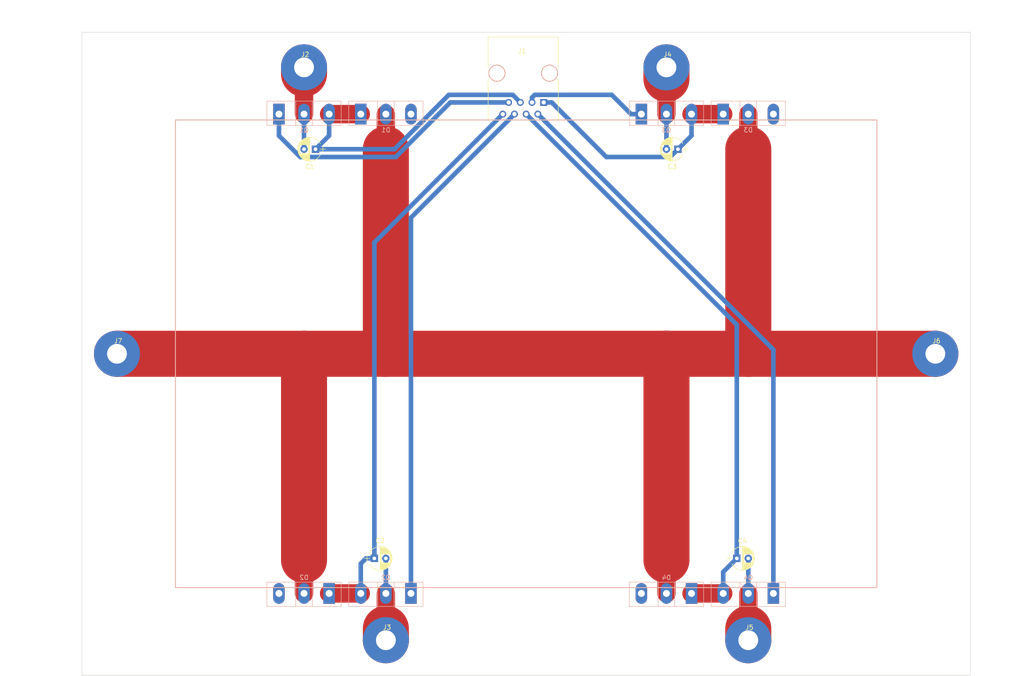
<source format=kicad_pcb>
(kicad_pcb (version 4) (host pcbnew 4.0.7)

  (general
    (links 29)
    (no_connects 0)
    (area 27.889999 20.269999 221.030001 160.070001)
    (thickness 1.6)
    (drawings 51)
    (tracks 73)
    (zones 0)
    (modules 23)
    (nets 14)
  )

  (page A4)
  (layers
    (0 F.Cu mixed)
    (31 B.Cu power)
    (32 B.Adhes user hide)
    (33 F.Adhes user hide)
    (34 B.Paste user hide)
    (35 F.Paste user hide)
    (36 B.SilkS user)
    (37 F.SilkS user)
    (38 B.Mask user)
    (39 F.Mask user)
    (40 Dwgs.User user)
    (41 Cmts.User user hide)
    (42 Eco1.User user hide)
    (43 Eco2.User user hide)
    (44 Edge.Cuts user)
    (45 Margin user hide)
    (46 B.CrtYd user)
    (47 F.CrtYd user)
    (48 B.Fab user hide)
    (49 F.Fab user hide)
  )

  (setup
    (last_trace_width 1)
    (trace_clearance 0.4)
    (zone_clearance 0.508)
    (zone_45_only no)
    (trace_min 0.2)
    (segment_width 0.2)
    (edge_width 0.1)
    (via_size 1.5)
    (via_drill 1)
    (via_min_size 0.4)
    (via_min_drill 0.3)
    (uvia_size 1)
    (uvia_drill 0.5)
    (uvias_allowed no)
    (uvia_min_size 0.2)
    (uvia_min_drill 0.1)
    (pcb_text_width 0.3)
    (pcb_text_size 1.5 1.5)
    (mod_edge_width 0.15)
    (mod_text_size 1 1)
    (mod_text_width 0.15)
    (pad_size 1.5 1.5)
    (pad_drill 0.6)
    (pad_to_mask_clearance 0)
    (aux_axis_origin 0 0)
    (visible_elements 7FFFEFFF)
    (pcbplotparams
      (layerselection 0x000f0_80000001)
      (usegerberextensions false)
      (excludeedgelayer true)
      (linewidth 0.100000)
      (plotframeref false)
      (viasonmask false)
      (mode 1)
      (useauxorigin false)
      (hpglpennumber 1)
      (hpglpenspeed 20)
      (hpglpendiameter 15)
      (hpglpenoverlay 2)
      (psnegative false)
      (psa4output false)
      (plotreference true)
      (plotvalue true)
      (plotinvisibletext false)
      (padsonsilk false)
      (subtractmaskfromsilk false)
      (outputformat 1)
      (mirror false)
      (drillshape 0)
      (scaleselection 1)
      (outputdirectory ""))
  )

  (net 0 "")
  (net 1 GND_ISO_1)
  (net 2 "Net-(C1-Pad2)")
  (net 3 GND_ISO_2)
  (net 4 "Net-(C2-Pad2)")
  (net 5 GND_ISO_3)
  (net 6 "Net-(C3-Pad2)")
  (net 7 GND_ISO_4)
  (net 8 "Net-(C4-Pad2)")
  (net 9 "/SinglePowerSwitch 1/PWR_OUT")
  (net 10 DRV_GATE_1)
  (net 11 DRV_GATE_2)
  (net 12 DRV_GATE_3)
  (net 13 DRV_GATE_4)

  (net_class Default "This is the default net class."
    (clearance 0.4)
    (trace_width 1)
    (via_dia 1.5)
    (via_drill 1)
    (uvia_dia 1)
    (uvia_drill 0.5)
    (add_net "/SinglePowerSwitch 1/PWR_OUT")
    (add_net DRV_GATE_1)
    (add_net DRV_GATE_2)
    (add_net DRV_GATE_3)
    (add_net DRV_GATE_4)
    (add_net GND_ISO_1)
    (add_net GND_ISO_2)
    (add_net GND_ISO_3)
    (add_net GND_ISO_4)
    (add_net "Net-(C1-Pad2)")
    (add_net "Net-(C2-Pad2)")
    (add_net "Net-(C3-Pad2)")
    (add_net "Net-(C4-Pad2)")
  )

  (module PartsLibraries:RJ45 (layer F.Cu) (tedit 59511D7C) (tstamp 59AF0929)
    (at 128.27 35.56 180)
    (tags RJ45)
    (path /59AED755)
    (fp_text reference J1 (at 4.7 11.18 180) (layer F.SilkS)
      (effects (font (size 1 1) (thickness 0.15)))
    )
    (fp_text value RJ45 (at 4.59 6.25 180) (layer F.Fab)
      (effects (font (size 1 1) (thickness 0.15)))
    )
    (fp_line (start -3.17 14.22) (end 12.07 14.22) (layer F.SilkS) (width 0.12))
    (fp_line (start 12.07 -3.81) (end 12.06 5.18) (layer F.SilkS) (width 0.12))
    (fp_line (start 12.07 -3.81) (end -3.17 -3.81) (layer F.SilkS) (width 0.12))
    (fp_line (start -3.17 -3.81) (end -3.17 5.19) (layer F.SilkS) (width 0.12))
    (fp_line (start 12.06 7.52) (end 12.07 14.22) (layer F.SilkS) (width 0.12))
    (fp_line (start -3.17 7.51) (end -3.17 14.22) (layer F.SilkS) (width 0.12))
    (fp_line (start -3.56 -4.06) (end 12.46 -4.06) (layer F.CrtYd) (width 0.05))
    (fp_line (start -3.56 -4.06) (end -3.56 14.47) (layer F.CrtYd) (width 0.05))
    (fp_line (start 12.46 14.47) (end 12.46 -4.06) (layer F.CrtYd) (width 0.05))
    (fp_line (start 12.46 14.47) (end -3.56 14.47) (layer F.CrtYd) (width 0.05))
    (pad "" np_thru_hole circle (at 10.16 6.35 180) (size 3.65 3.65) (drill 3.25) (layers *.Cu *.SilkS *.Mask))
    (pad "" np_thru_hole circle (at -1.27 6.35 180) (size 3.65 3.65) (drill 3.25) (layers *.Cu *.SilkS *.Mask))
    (pad 1 thru_hole rect (at 0 0 180) (size 1.5 1.5) (drill 0.9) (layers *.Cu *.Mask)
      (net 5 GND_ISO_3))
    (pad 2 thru_hole circle (at 1.27 -2.54 180) (size 1.5 1.5) (drill 0.9) (layers *.Cu *.Mask)
      (net 13 DRV_GATE_4))
    (pad 3 thru_hole circle (at 2.54 0 180) (size 1.5 1.5) (drill 0.9) (layers *.Cu *.Mask)
      (net 12 DRV_GATE_3))
    (pad 4 thru_hole circle (at 3.81 -2.54 180) (size 1.5 1.5) (drill 0.9) (layers *.Cu *.Mask)
      (net 7 GND_ISO_4))
    (pad 5 thru_hole circle (at 5.08 0 180) (size 1.5 1.5) (drill 0.9) (layers *.Cu *.Mask)
      (net 1 GND_ISO_1))
    (pad 6 thru_hole circle (at 6.35 -2.54 180) (size 1.5 1.5) (drill 0.9) (layers *.Cu *.Mask)
      (net 11 DRV_GATE_2))
    (pad 7 thru_hole circle (at 7.62 0 180) (size 1.5 1.5) (drill 0.9) (layers *.Cu *.Mask)
      (net 10 DRV_GATE_1))
    (pad 8 thru_hole circle (at 8.89 -2.54 180) (size 1.5 1.5) (drill 0.9) (layers *.Cu *.Mask)
      (net 3 GND_ISO_2))
    (model ../../../../../../Development/multilevelinverter/Hardware/3D/RJ45.wrl
      (at (xyz 0.175 -0.667 0.3))
      (scale (xyz 10 10 10))
      (rotate (xyz 270 0 0))
    )
  )

  (module Mounting_Holes:MountingHole_4.3mm_M4 (layer F.Cu) (tedit 5A27F7A2) (tstamp 5A172C6E)
    (at 182.88 127)
    (descr "Mounting Hole 4.3mm, no annular, M4")
    (tags "mounting hole 4.3mm no annular m4")
    (attr virtual)
    (fp_text reference "" (at 0 -5.3) (layer F.SilkS)
      (effects (font (size 1 1) (thickness 0.15)))
    )
    (fp_text value MountingHole_4.3mm_M4 (at 0 5.3) (layer F.Fab)
      (effects (font (size 1 1) (thickness 0.15)))
    )
    (fp_text user %R (at 0.3 0) (layer F.Fab)
      (effects (font (size 1 1) (thickness 0.15)))
    )
    (fp_circle (center 0 0) (end 4.3 0) (layer Cmts.User) (width 0.15))
    (fp_circle (center 0 0) (end 4.55 0) (layer F.CrtYd) (width 0.05))
    (pad 1 np_thru_hole circle (at 0 0) (size 4.3 4.3) (drill 4.3) (layers *.Cu *.Mask))
  )

  (module Mounting_Holes:MountingHole_4.3mm_M4 (layer F.Cu) (tedit 5A27F79F) (tstamp 5A172C67)
    (at 67.31 128.27)
    (descr "Mounting Hole 4.3mm, no annular, M4")
    (tags "mounting hole 4.3mm no annular m4")
    (attr virtual)
    (fp_text reference "" (at 0 -5.3) (layer F.SilkS)
      (effects (font (size 1 1) (thickness 0.15)))
    )
    (fp_text value MountingHole_4.3mm_M4 (at 0 5.3) (layer F.Fab)
      (effects (font (size 1 1) (thickness 0.15)))
    )
    (fp_text user %R (at 0.3 0) (layer F.Fab)
      (effects (font (size 1 1) (thickness 0.15)))
    )
    (fp_circle (center 0 0) (end 4.3 0) (layer Cmts.User) (width 0.15))
    (fp_circle (center 0 0) (end 4.55 0) (layer F.CrtYd) (width 0.05))
    (pad 1 np_thru_hole circle (at 0 0) (size 4.3 4.3) (drill 4.3) (layers *.Cu *.Mask))
  )

  (module Mounting_Holes:MountingHole_4.3mm_M4 (layer F.Cu) (tedit 5A27F798) (tstamp 5A172C60)
    (at 182.88 58.42)
    (descr "Mounting Hole 4.3mm, no annular, M4")
    (tags "mounting hole 4.3mm no annular m4")
    (attr virtual)
    (fp_text reference "" (at 0 -5.3) (layer F.SilkS)
      (effects (font (size 1 1) (thickness 0.15)))
    )
    (fp_text value MountingHole_4.3mm_M4 (at 0 5.3) (layer F.Fab)
      (effects (font (size 1 1) (thickness 0.15)))
    )
    (fp_text user %R (at 0.3 0) (layer F.Fab)
      (effects (font (size 1 1) (thickness 0.15)))
    )
    (fp_circle (center 0 0) (end 4.3 0) (layer Cmts.User) (width 0.15))
    (fp_circle (center 0 0) (end 4.55 0) (layer F.CrtYd) (width 0.05))
    (pad 1 np_thru_hole circle (at 0 0) (size 4.3 4.3) (drill 4.3) (layers *.Cu *.Mask))
  )

  (module PartsLibraries:CP_Radial_D5.0mm_P2.50mm (layer F.Cu) (tedit 597BC7C2) (tstamp 59AF0722)
    (at 78.7 45.72 180)
    (descr "CP, Radial series, Radial, pin pitch=2.50mm, , diameter=5mm, Electrolytic Capacitor")
    (tags "CP Radial series Radial pin pitch 2.50mm  diameter 5mm Electrolytic Capacitor")
    (path /59AEDD49/59AEE01D)
    (fp_text reference C1 (at 1.25 -3.81 180) (layer F.SilkS)
      (effects (font (size 1 1) (thickness 0.15)))
    )
    (fp_text value C (at 1.25 3.81 180) (layer F.Fab)
      (effects (font (size 1 1) (thickness 0.15)))
    )
    (fp_arc (start 1.25 0) (end -1.05558 -1.18) (angle 125.8) (layer F.SilkS) (width 0.12))
    (fp_arc (start 1.25 0) (end -1.05558 1.18) (angle -125.8) (layer F.SilkS) (width 0.12))
    (fp_arc (start 1.25 0) (end 3.55558 -1.18) (angle 54.2) (layer F.SilkS) (width 0.12))
    (fp_circle (center 1.25 0) (end 3.75 0) (layer F.Fab) (width 0.1))
    (fp_line (start -2.2 0) (end -1 0) (layer F.Fab) (width 0.1))
    (fp_line (start -1.6 -0.65) (end -1.6 0.65) (layer F.Fab) (width 0.1))
    (fp_line (start 1.25 -2.55) (end 1.25 2.55) (layer F.SilkS) (width 0.12))
    (fp_line (start 1.29 -2.55) (end 1.29 2.55) (layer F.SilkS) (width 0.12))
    (fp_line (start 1.33 -2.549) (end 1.33 2.549) (layer F.SilkS) (width 0.12))
    (fp_line (start 1.37 -2.548) (end 1.37 2.548) (layer F.SilkS) (width 0.12))
    (fp_line (start 1.41 -2.546) (end 1.41 2.546) (layer F.SilkS) (width 0.12))
    (fp_line (start 1.45 -2.543) (end 1.45 2.543) (layer F.SilkS) (width 0.12))
    (fp_line (start 1.49 -2.539) (end 1.49 2.539) (layer F.SilkS) (width 0.12))
    (fp_line (start 1.53 -2.535) (end 1.53 -0.98) (layer F.SilkS) (width 0.12))
    (fp_line (start 1.53 0.98) (end 1.53 2.535) (layer F.SilkS) (width 0.12))
    (fp_line (start 1.57 -2.531) (end 1.57 -0.98) (layer F.SilkS) (width 0.12))
    (fp_line (start 1.57 0.98) (end 1.57 2.531) (layer F.SilkS) (width 0.12))
    (fp_line (start 1.61 -2.525) (end 1.61 -0.98) (layer F.SilkS) (width 0.12))
    (fp_line (start 1.61 0.98) (end 1.61 2.525) (layer F.SilkS) (width 0.12))
    (fp_line (start 1.65 -2.519) (end 1.65 -0.98) (layer F.SilkS) (width 0.12))
    (fp_line (start 1.65 0.98) (end 1.65 2.519) (layer F.SilkS) (width 0.12))
    (fp_line (start 1.69 -2.513) (end 1.69 -0.98) (layer F.SilkS) (width 0.12))
    (fp_line (start 1.69 0.98) (end 1.69 2.513) (layer F.SilkS) (width 0.12))
    (fp_line (start 1.73 -2.506) (end 1.73 -0.98) (layer F.SilkS) (width 0.12))
    (fp_line (start 1.73 0.98) (end 1.73 2.506) (layer F.SilkS) (width 0.12))
    (fp_line (start 1.77 -2.498) (end 1.77 -0.98) (layer F.SilkS) (width 0.12))
    (fp_line (start 1.77 0.98) (end 1.77 2.498) (layer F.SilkS) (width 0.12))
    (fp_line (start 1.81 -2.489) (end 1.81 -0.98) (layer F.SilkS) (width 0.12))
    (fp_line (start 1.81 0.98) (end 1.81 2.489) (layer F.SilkS) (width 0.12))
    (fp_line (start 1.85 -2.48) (end 1.85 -0.98) (layer F.SilkS) (width 0.12))
    (fp_line (start 1.85 0.98) (end 1.85 2.48) (layer F.SilkS) (width 0.12))
    (fp_line (start 1.89 -2.47) (end 1.89 -0.98) (layer F.SilkS) (width 0.12))
    (fp_line (start 1.89 0.98) (end 1.89 2.47) (layer F.SilkS) (width 0.12))
    (fp_line (start 1.93 -2.46) (end 1.93 -0.98) (layer F.SilkS) (width 0.12))
    (fp_line (start 1.93 0.98) (end 1.93 2.46) (layer F.SilkS) (width 0.12))
    (fp_line (start 1.971 -2.448) (end 1.971 -0.98) (layer F.SilkS) (width 0.12))
    (fp_line (start 1.971 0.98) (end 1.971 2.448) (layer F.SilkS) (width 0.12))
    (fp_line (start 2.011 -2.436) (end 2.011 -0.98) (layer F.SilkS) (width 0.12))
    (fp_line (start 2.011 0.98) (end 2.011 2.436) (layer F.SilkS) (width 0.12))
    (fp_line (start 2.051 -2.424) (end 2.051 -0.98) (layer F.SilkS) (width 0.12))
    (fp_line (start 2.051 0.98) (end 2.051 2.424) (layer F.SilkS) (width 0.12))
    (fp_line (start 2.091 -2.41) (end 2.091 -0.98) (layer F.SilkS) (width 0.12))
    (fp_line (start 2.091 0.98) (end 2.091 2.41) (layer F.SilkS) (width 0.12))
    (fp_line (start 2.131 -2.396) (end 2.131 -0.98) (layer F.SilkS) (width 0.12))
    (fp_line (start 2.131 0.98) (end 2.131 2.396) (layer F.SilkS) (width 0.12))
    (fp_line (start 2.171 -2.382) (end 2.171 -0.98) (layer F.SilkS) (width 0.12))
    (fp_line (start 2.171 0.98) (end 2.171 2.382) (layer F.SilkS) (width 0.12))
    (fp_line (start 2.211 -2.366) (end 2.211 -0.98) (layer F.SilkS) (width 0.12))
    (fp_line (start 2.211 0.98) (end 2.211 2.366) (layer F.SilkS) (width 0.12))
    (fp_line (start 2.251 -2.35) (end 2.251 -0.98) (layer F.SilkS) (width 0.12))
    (fp_line (start 2.251 0.98) (end 2.251 2.35) (layer F.SilkS) (width 0.12))
    (fp_line (start 2.291 -2.333) (end 2.291 -0.98) (layer F.SilkS) (width 0.12))
    (fp_line (start 2.291 0.98) (end 2.291 2.333) (layer F.SilkS) (width 0.12))
    (fp_line (start 2.331 -2.315) (end 2.331 -0.98) (layer F.SilkS) (width 0.12))
    (fp_line (start 2.331 0.98) (end 2.331 2.315) (layer F.SilkS) (width 0.12))
    (fp_line (start 2.371 -2.296) (end 2.371 -0.98) (layer F.SilkS) (width 0.12))
    (fp_line (start 2.371 0.98) (end 2.371 2.296) (layer F.SilkS) (width 0.12))
    (fp_line (start 2.411 -2.276) (end 2.411 -0.98) (layer F.SilkS) (width 0.12))
    (fp_line (start 2.411 0.98) (end 2.411 2.276) (layer F.SilkS) (width 0.12))
    (fp_line (start 2.451 -2.256) (end 2.451 -0.98) (layer F.SilkS) (width 0.12))
    (fp_line (start 2.451 0.98) (end 2.451 2.256) (layer F.SilkS) (width 0.12))
    (fp_line (start 2.491 -2.234) (end 2.491 -0.98) (layer F.SilkS) (width 0.12))
    (fp_line (start 2.491 0.98) (end 2.491 2.234) (layer F.SilkS) (width 0.12))
    (fp_line (start 2.531 -2.212) (end 2.531 -0.98) (layer F.SilkS) (width 0.12))
    (fp_line (start 2.531 0.98) (end 2.531 2.212) (layer F.SilkS) (width 0.12))
    (fp_line (start 2.571 -2.189) (end 2.571 -0.98) (layer F.SilkS) (width 0.12))
    (fp_line (start 2.571 0.98) (end 2.571 2.189) (layer F.SilkS) (width 0.12))
    (fp_line (start 2.611 -2.165) (end 2.611 -0.98) (layer F.SilkS) (width 0.12))
    (fp_line (start 2.611 0.98) (end 2.611 2.165) (layer F.SilkS) (width 0.12))
    (fp_line (start 2.651 -2.14) (end 2.651 -0.98) (layer F.SilkS) (width 0.12))
    (fp_line (start 2.651 0.98) (end 2.651 2.14) (layer F.SilkS) (width 0.12))
    (fp_line (start 2.691 -2.113) (end 2.691 -0.98) (layer F.SilkS) (width 0.12))
    (fp_line (start 2.691 0.98) (end 2.691 2.113) (layer F.SilkS) (width 0.12))
    (fp_line (start 2.731 -2.086) (end 2.731 -0.98) (layer F.SilkS) (width 0.12))
    (fp_line (start 2.731 0.98) (end 2.731 2.086) (layer F.SilkS) (width 0.12))
    (fp_line (start 2.771 -2.058) (end 2.771 -0.98) (layer F.SilkS) (width 0.12))
    (fp_line (start 2.771 0.98) (end 2.771 2.058) (layer F.SilkS) (width 0.12))
    (fp_line (start 2.811 -2.028) (end 2.811 -0.98) (layer F.SilkS) (width 0.12))
    (fp_line (start 2.811 0.98) (end 2.811 2.028) (layer F.SilkS) (width 0.12))
    (fp_line (start 2.851 -1.997) (end 2.851 -0.98) (layer F.SilkS) (width 0.12))
    (fp_line (start 2.851 0.98) (end 2.851 1.997) (layer F.SilkS) (width 0.12))
    (fp_line (start 2.891 -1.965) (end 2.891 -0.98) (layer F.SilkS) (width 0.12))
    (fp_line (start 2.891 0.98) (end 2.891 1.965) (layer F.SilkS) (width 0.12))
    (fp_line (start 2.931 -1.932) (end 2.931 -0.98) (layer F.SilkS) (width 0.12))
    (fp_line (start 2.931 0.98) (end 2.931 1.932) (layer F.SilkS) (width 0.12))
    (fp_line (start 2.971 -1.897) (end 2.971 -0.98) (layer F.SilkS) (width 0.12))
    (fp_line (start 2.971 0.98) (end 2.971 1.897) (layer F.SilkS) (width 0.12))
    (fp_line (start 3.011 -1.861) (end 3.011 -0.98) (layer F.SilkS) (width 0.12))
    (fp_line (start 3.011 0.98) (end 3.011 1.861) (layer F.SilkS) (width 0.12))
    (fp_line (start 3.051 -1.823) (end 3.051 -0.98) (layer F.SilkS) (width 0.12))
    (fp_line (start 3.051 0.98) (end 3.051 1.823) (layer F.SilkS) (width 0.12))
    (fp_line (start 3.091 -1.783) (end 3.091 -0.98) (layer F.SilkS) (width 0.12))
    (fp_line (start 3.091 0.98) (end 3.091 1.783) (layer F.SilkS) (width 0.12))
    (fp_line (start 3.131 -1.742) (end 3.131 -0.98) (layer F.SilkS) (width 0.12))
    (fp_line (start 3.131 0.98) (end 3.131 1.742) (layer F.SilkS) (width 0.12))
    (fp_line (start 3.171 -1.699) (end 3.171 -0.98) (layer F.SilkS) (width 0.12))
    (fp_line (start 3.171 0.98) (end 3.171 1.699) (layer F.SilkS) (width 0.12))
    (fp_line (start 3.211 -1.654) (end 3.211 -0.98) (layer F.SilkS) (width 0.12))
    (fp_line (start 3.211 0.98) (end 3.211 1.654) (layer F.SilkS) (width 0.12))
    (fp_line (start 3.251 -1.606) (end 3.251 -0.98) (layer F.SilkS) (width 0.12))
    (fp_line (start 3.251 0.98) (end 3.251 1.606) (layer F.SilkS) (width 0.12))
    (fp_line (start 3.291 -1.556) (end 3.291 -0.98) (layer F.SilkS) (width 0.12))
    (fp_line (start 3.291 0.98) (end 3.291 1.556) (layer F.SilkS) (width 0.12))
    (fp_line (start 3.331 -1.504) (end 3.331 -0.98) (layer F.SilkS) (width 0.12))
    (fp_line (start 3.331 0.98) (end 3.331 1.504) (layer F.SilkS) (width 0.12))
    (fp_line (start 3.371 -1.448) (end 3.371 -0.98) (layer F.SilkS) (width 0.12))
    (fp_line (start 3.371 0.98) (end 3.371 1.448) (layer F.SilkS) (width 0.12))
    (fp_line (start 3.411 -1.39) (end 3.411 -0.98) (layer F.SilkS) (width 0.12))
    (fp_line (start 3.411 0.98) (end 3.411 1.39) (layer F.SilkS) (width 0.12))
    (fp_line (start 3.451 -1.327) (end 3.451 -0.98) (layer F.SilkS) (width 0.12))
    (fp_line (start 3.451 0.98) (end 3.451 1.327) (layer F.SilkS) (width 0.12))
    (fp_line (start 3.491 -1.261) (end 3.491 1.261) (layer F.SilkS) (width 0.12))
    (fp_line (start 3.531 -1.189) (end 3.531 1.189) (layer F.SilkS) (width 0.12))
    (fp_line (start 3.571 -1.112) (end 3.571 1.112) (layer F.SilkS) (width 0.12))
    (fp_line (start 3.611 -1.028) (end 3.611 1.028) (layer F.SilkS) (width 0.12))
    (fp_line (start 3.651 -0.934) (end 3.651 0.934) (layer F.SilkS) (width 0.12))
    (fp_line (start 3.691 -0.829) (end 3.691 0.829) (layer F.SilkS) (width 0.12))
    (fp_line (start 3.731 -0.707) (end 3.731 0.707) (layer F.SilkS) (width 0.12))
    (fp_line (start 3.771 -0.559) (end 3.771 0.559) (layer F.SilkS) (width 0.12))
    (fp_line (start 3.811 -0.354) (end 3.811 0.354) (layer F.SilkS) (width 0.12))
    (fp_line (start -2.2 0) (end -1 0) (layer F.SilkS) (width 0.12))
    (fp_line (start -1.6 -0.65) (end -1.6 0.65) (layer F.SilkS) (width 0.12))
    (fp_line (start -1.6 -2.85) (end -1.6 2.85) (layer F.CrtYd) (width 0.05))
    (fp_line (start -1.6 2.85) (end 4.1 2.85) (layer F.CrtYd) (width 0.05))
    (fp_line (start 4.1 2.85) (end 4.1 -2.85) (layer F.CrtYd) (width 0.05))
    (fp_line (start 4.1 -2.85) (end -1.6 -2.85) (layer F.CrtYd) (width 0.05))
    (fp_text user %R (at 1.25 0 180) (layer F.Fab)
      (effects (font (size 1 1) (thickness 0.15)))
    )
    (pad 1 thru_hole rect (at 0 0 180) (size 1.6 1.6) (drill 0.8) (layers *.Cu *.Mask)
      (net 1 GND_ISO_1))
    (pad 2 thru_hole circle (at 2.5 0 180) (size 1.6 1.6) (drill 0.8) (layers *.Cu *.Mask)
      (net 2 "Net-(C1-Pad2)"))
    (model ${KISYS3DMOD}/Capacitors_THT.3dshapes/CP_Radial_D5.0mm_P2.50mm.wrl
      (at (xyz 0 0 0))
      (scale (xyz 1 1 1))
      (rotate (xyz 0 0 0))
    )
  )

  (module PartsLibraries:CP_Radial_D5.0mm_P2.50mm (layer F.Cu) (tedit 597BC7C2) (tstamp 59AF07A7)
    (at 91.48 134.62)
    (descr "CP, Radial series, Radial, pin pitch=2.50mm, , diameter=5mm, Electrolytic Capacitor")
    (tags "CP Radial series Radial pin pitch 2.50mm  diameter 5mm Electrolytic Capacitor")
    (path /59AEEDCB/59AEE01D)
    (fp_text reference C2 (at 1.25 -3.81) (layer F.SilkS)
      (effects (font (size 1 1) (thickness 0.15)))
    )
    (fp_text value C (at 1.25 3.81) (layer F.Fab)
      (effects (font (size 1 1) (thickness 0.15)))
    )
    (fp_arc (start 1.25 0) (end -1.05558 -1.18) (angle 125.8) (layer F.SilkS) (width 0.12))
    (fp_arc (start 1.25 0) (end -1.05558 1.18) (angle -125.8) (layer F.SilkS) (width 0.12))
    (fp_arc (start 1.25 0) (end 3.55558 -1.18) (angle 54.2) (layer F.SilkS) (width 0.12))
    (fp_circle (center 1.25 0) (end 3.75 0) (layer F.Fab) (width 0.1))
    (fp_line (start -2.2 0) (end -1 0) (layer F.Fab) (width 0.1))
    (fp_line (start -1.6 -0.65) (end -1.6 0.65) (layer F.Fab) (width 0.1))
    (fp_line (start 1.25 -2.55) (end 1.25 2.55) (layer F.SilkS) (width 0.12))
    (fp_line (start 1.29 -2.55) (end 1.29 2.55) (layer F.SilkS) (width 0.12))
    (fp_line (start 1.33 -2.549) (end 1.33 2.549) (layer F.SilkS) (width 0.12))
    (fp_line (start 1.37 -2.548) (end 1.37 2.548) (layer F.SilkS) (width 0.12))
    (fp_line (start 1.41 -2.546) (end 1.41 2.546) (layer F.SilkS) (width 0.12))
    (fp_line (start 1.45 -2.543) (end 1.45 2.543) (layer F.SilkS) (width 0.12))
    (fp_line (start 1.49 -2.539) (end 1.49 2.539) (layer F.SilkS) (width 0.12))
    (fp_line (start 1.53 -2.535) (end 1.53 -0.98) (layer F.SilkS) (width 0.12))
    (fp_line (start 1.53 0.98) (end 1.53 2.535) (layer F.SilkS) (width 0.12))
    (fp_line (start 1.57 -2.531) (end 1.57 -0.98) (layer F.SilkS) (width 0.12))
    (fp_line (start 1.57 0.98) (end 1.57 2.531) (layer F.SilkS) (width 0.12))
    (fp_line (start 1.61 -2.525) (end 1.61 -0.98) (layer F.SilkS) (width 0.12))
    (fp_line (start 1.61 0.98) (end 1.61 2.525) (layer F.SilkS) (width 0.12))
    (fp_line (start 1.65 -2.519) (end 1.65 -0.98) (layer F.SilkS) (width 0.12))
    (fp_line (start 1.65 0.98) (end 1.65 2.519) (layer F.SilkS) (width 0.12))
    (fp_line (start 1.69 -2.513) (end 1.69 -0.98) (layer F.SilkS) (width 0.12))
    (fp_line (start 1.69 0.98) (end 1.69 2.513) (layer F.SilkS) (width 0.12))
    (fp_line (start 1.73 -2.506) (end 1.73 -0.98) (layer F.SilkS) (width 0.12))
    (fp_line (start 1.73 0.98) (end 1.73 2.506) (layer F.SilkS) (width 0.12))
    (fp_line (start 1.77 -2.498) (end 1.77 -0.98) (layer F.SilkS) (width 0.12))
    (fp_line (start 1.77 0.98) (end 1.77 2.498) (layer F.SilkS) (width 0.12))
    (fp_line (start 1.81 -2.489) (end 1.81 -0.98) (layer F.SilkS) (width 0.12))
    (fp_line (start 1.81 0.98) (end 1.81 2.489) (layer F.SilkS) (width 0.12))
    (fp_line (start 1.85 -2.48) (end 1.85 -0.98) (layer F.SilkS) (width 0.12))
    (fp_line (start 1.85 0.98) (end 1.85 2.48) (layer F.SilkS) (width 0.12))
    (fp_line (start 1.89 -2.47) (end 1.89 -0.98) (layer F.SilkS) (width 0.12))
    (fp_line (start 1.89 0.98) (end 1.89 2.47) (layer F.SilkS) (width 0.12))
    (fp_line (start 1.93 -2.46) (end 1.93 -0.98) (layer F.SilkS) (width 0.12))
    (fp_line (start 1.93 0.98) (end 1.93 2.46) (layer F.SilkS) (width 0.12))
    (fp_line (start 1.971 -2.448) (end 1.971 -0.98) (layer F.SilkS) (width 0.12))
    (fp_line (start 1.971 0.98) (end 1.971 2.448) (layer F.SilkS) (width 0.12))
    (fp_line (start 2.011 -2.436) (end 2.011 -0.98) (layer F.SilkS) (width 0.12))
    (fp_line (start 2.011 0.98) (end 2.011 2.436) (layer F.SilkS) (width 0.12))
    (fp_line (start 2.051 -2.424) (end 2.051 -0.98) (layer F.SilkS) (width 0.12))
    (fp_line (start 2.051 0.98) (end 2.051 2.424) (layer F.SilkS) (width 0.12))
    (fp_line (start 2.091 -2.41) (end 2.091 -0.98) (layer F.SilkS) (width 0.12))
    (fp_line (start 2.091 0.98) (end 2.091 2.41) (layer F.SilkS) (width 0.12))
    (fp_line (start 2.131 -2.396) (end 2.131 -0.98) (layer F.SilkS) (width 0.12))
    (fp_line (start 2.131 0.98) (end 2.131 2.396) (layer F.SilkS) (width 0.12))
    (fp_line (start 2.171 -2.382) (end 2.171 -0.98) (layer F.SilkS) (width 0.12))
    (fp_line (start 2.171 0.98) (end 2.171 2.382) (layer F.SilkS) (width 0.12))
    (fp_line (start 2.211 -2.366) (end 2.211 -0.98) (layer F.SilkS) (width 0.12))
    (fp_line (start 2.211 0.98) (end 2.211 2.366) (layer F.SilkS) (width 0.12))
    (fp_line (start 2.251 -2.35) (end 2.251 -0.98) (layer F.SilkS) (width 0.12))
    (fp_line (start 2.251 0.98) (end 2.251 2.35) (layer F.SilkS) (width 0.12))
    (fp_line (start 2.291 -2.333) (end 2.291 -0.98) (layer F.SilkS) (width 0.12))
    (fp_line (start 2.291 0.98) (end 2.291 2.333) (layer F.SilkS) (width 0.12))
    (fp_line (start 2.331 -2.315) (end 2.331 -0.98) (layer F.SilkS) (width 0.12))
    (fp_line (start 2.331 0.98) (end 2.331 2.315) (layer F.SilkS) (width 0.12))
    (fp_line (start 2.371 -2.296) (end 2.371 -0.98) (layer F.SilkS) (width 0.12))
    (fp_line (start 2.371 0.98) (end 2.371 2.296) (layer F.SilkS) (width 0.12))
    (fp_line (start 2.411 -2.276) (end 2.411 -0.98) (layer F.SilkS) (width 0.12))
    (fp_line (start 2.411 0.98) (end 2.411 2.276) (layer F.SilkS) (width 0.12))
    (fp_line (start 2.451 -2.256) (end 2.451 -0.98) (layer F.SilkS) (width 0.12))
    (fp_line (start 2.451 0.98) (end 2.451 2.256) (layer F.SilkS) (width 0.12))
    (fp_line (start 2.491 -2.234) (end 2.491 -0.98) (layer F.SilkS) (width 0.12))
    (fp_line (start 2.491 0.98) (end 2.491 2.234) (layer F.SilkS) (width 0.12))
    (fp_line (start 2.531 -2.212) (end 2.531 -0.98) (layer F.SilkS) (width 0.12))
    (fp_line (start 2.531 0.98) (end 2.531 2.212) (layer F.SilkS) (width 0.12))
    (fp_line (start 2.571 -2.189) (end 2.571 -0.98) (layer F.SilkS) (width 0.12))
    (fp_line (start 2.571 0.98) (end 2.571 2.189) (layer F.SilkS) (width 0.12))
    (fp_line (start 2.611 -2.165) (end 2.611 -0.98) (layer F.SilkS) (width 0.12))
    (fp_line (start 2.611 0.98) (end 2.611 2.165) (layer F.SilkS) (width 0.12))
    (fp_line (start 2.651 -2.14) (end 2.651 -0.98) (layer F.SilkS) (width 0.12))
    (fp_line (start 2.651 0.98) (end 2.651 2.14) (layer F.SilkS) (width 0.12))
    (fp_line (start 2.691 -2.113) (end 2.691 -0.98) (layer F.SilkS) (width 0.12))
    (fp_line (start 2.691 0.98) (end 2.691 2.113) (layer F.SilkS) (width 0.12))
    (fp_line (start 2.731 -2.086) (end 2.731 -0.98) (layer F.SilkS) (width 0.12))
    (fp_line (start 2.731 0.98) (end 2.731 2.086) (layer F.SilkS) (width 0.12))
    (fp_line (start 2.771 -2.058) (end 2.771 -0.98) (layer F.SilkS) (width 0.12))
    (fp_line (start 2.771 0.98) (end 2.771 2.058) (layer F.SilkS) (width 0.12))
    (fp_line (start 2.811 -2.028) (end 2.811 -0.98) (layer F.SilkS) (width 0.12))
    (fp_line (start 2.811 0.98) (end 2.811 2.028) (layer F.SilkS) (width 0.12))
    (fp_line (start 2.851 -1.997) (end 2.851 -0.98) (layer F.SilkS) (width 0.12))
    (fp_line (start 2.851 0.98) (end 2.851 1.997) (layer F.SilkS) (width 0.12))
    (fp_line (start 2.891 -1.965) (end 2.891 -0.98) (layer F.SilkS) (width 0.12))
    (fp_line (start 2.891 0.98) (end 2.891 1.965) (layer F.SilkS) (width 0.12))
    (fp_line (start 2.931 -1.932) (end 2.931 -0.98) (layer F.SilkS) (width 0.12))
    (fp_line (start 2.931 0.98) (end 2.931 1.932) (layer F.SilkS) (width 0.12))
    (fp_line (start 2.971 -1.897) (end 2.971 -0.98) (layer F.SilkS) (width 0.12))
    (fp_line (start 2.971 0.98) (end 2.971 1.897) (layer F.SilkS) (width 0.12))
    (fp_line (start 3.011 -1.861) (end 3.011 -0.98) (layer F.SilkS) (width 0.12))
    (fp_line (start 3.011 0.98) (end 3.011 1.861) (layer F.SilkS) (width 0.12))
    (fp_line (start 3.051 -1.823) (end 3.051 -0.98) (layer F.SilkS) (width 0.12))
    (fp_line (start 3.051 0.98) (end 3.051 1.823) (layer F.SilkS) (width 0.12))
    (fp_line (start 3.091 -1.783) (end 3.091 -0.98) (layer F.SilkS) (width 0.12))
    (fp_line (start 3.091 0.98) (end 3.091 1.783) (layer F.SilkS) (width 0.12))
    (fp_line (start 3.131 -1.742) (end 3.131 -0.98) (layer F.SilkS) (width 0.12))
    (fp_line (start 3.131 0.98) (end 3.131 1.742) (layer F.SilkS) (width 0.12))
    (fp_line (start 3.171 -1.699) (end 3.171 -0.98) (layer F.SilkS) (width 0.12))
    (fp_line (start 3.171 0.98) (end 3.171 1.699) (layer F.SilkS) (width 0.12))
    (fp_line (start 3.211 -1.654) (end 3.211 -0.98) (layer F.SilkS) (width 0.12))
    (fp_line (start 3.211 0.98) (end 3.211 1.654) (layer F.SilkS) (width 0.12))
    (fp_line (start 3.251 -1.606) (end 3.251 -0.98) (layer F.SilkS) (width 0.12))
    (fp_line (start 3.251 0.98) (end 3.251 1.606) (layer F.SilkS) (width 0.12))
    (fp_line (start 3.291 -1.556) (end 3.291 -0.98) (layer F.SilkS) (width 0.12))
    (fp_line (start 3.291 0.98) (end 3.291 1.556) (layer F.SilkS) (width 0.12))
    (fp_line (start 3.331 -1.504) (end 3.331 -0.98) (layer F.SilkS) (width 0.12))
    (fp_line (start 3.331 0.98) (end 3.331 1.504) (layer F.SilkS) (width 0.12))
    (fp_line (start 3.371 -1.448) (end 3.371 -0.98) (layer F.SilkS) (width 0.12))
    (fp_line (start 3.371 0.98) (end 3.371 1.448) (layer F.SilkS) (width 0.12))
    (fp_line (start 3.411 -1.39) (end 3.411 -0.98) (layer F.SilkS) (width 0.12))
    (fp_line (start 3.411 0.98) (end 3.411 1.39) (layer F.SilkS) (width 0.12))
    (fp_line (start 3.451 -1.327) (end 3.451 -0.98) (layer F.SilkS) (width 0.12))
    (fp_line (start 3.451 0.98) (end 3.451 1.327) (layer F.SilkS) (width 0.12))
    (fp_line (start 3.491 -1.261) (end 3.491 1.261) (layer F.SilkS) (width 0.12))
    (fp_line (start 3.531 -1.189) (end 3.531 1.189) (layer F.SilkS) (width 0.12))
    (fp_line (start 3.571 -1.112) (end 3.571 1.112) (layer F.SilkS) (width 0.12))
    (fp_line (start 3.611 -1.028) (end 3.611 1.028) (layer F.SilkS) (width 0.12))
    (fp_line (start 3.651 -0.934) (end 3.651 0.934) (layer F.SilkS) (width 0.12))
    (fp_line (start 3.691 -0.829) (end 3.691 0.829) (layer F.SilkS) (width 0.12))
    (fp_line (start 3.731 -0.707) (end 3.731 0.707) (layer F.SilkS) (width 0.12))
    (fp_line (start 3.771 -0.559) (end 3.771 0.559) (layer F.SilkS) (width 0.12))
    (fp_line (start 3.811 -0.354) (end 3.811 0.354) (layer F.SilkS) (width 0.12))
    (fp_line (start -2.2 0) (end -1 0) (layer F.SilkS) (width 0.12))
    (fp_line (start -1.6 -0.65) (end -1.6 0.65) (layer F.SilkS) (width 0.12))
    (fp_line (start -1.6 -2.85) (end -1.6 2.85) (layer F.CrtYd) (width 0.05))
    (fp_line (start -1.6 2.85) (end 4.1 2.85) (layer F.CrtYd) (width 0.05))
    (fp_line (start 4.1 2.85) (end 4.1 -2.85) (layer F.CrtYd) (width 0.05))
    (fp_line (start 4.1 -2.85) (end -1.6 -2.85) (layer F.CrtYd) (width 0.05))
    (fp_text user %R (at 1.25 0) (layer F.Fab)
      (effects (font (size 1 1) (thickness 0.15)))
    )
    (pad 1 thru_hole rect (at 0 0) (size 1.6 1.6) (drill 0.8) (layers *.Cu *.Mask)
      (net 3 GND_ISO_2))
    (pad 2 thru_hole circle (at 2.5 0) (size 1.6 1.6) (drill 0.8) (layers *.Cu *.Mask)
      (net 4 "Net-(C2-Pad2)"))
    (model ${KISYS3DMOD}/Capacitors_THT.3dshapes/CP_Radial_D5.0mm_P2.50mm.wrl
      (at (xyz 0 0 0))
      (scale (xyz 1 1 1))
      (rotate (xyz 0 0 0))
    )
  )

  (module PartsLibraries:CP_Radial_D5.0mm_P2.50mm (layer F.Cu) (tedit 597BC7C2) (tstamp 59AF082C)
    (at 157.44 45.72 180)
    (descr "CP, Radial series, Radial, pin pitch=2.50mm, , diameter=5mm, Electrolytic Capacitor")
    (tags "CP Radial series Radial pin pitch 2.50mm  diameter 5mm Electrolytic Capacitor")
    (path /59AEEFC6/59AEE01D)
    (fp_text reference C3 (at 1.25 -3.81 180) (layer F.SilkS)
      (effects (font (size 1 1) (thickness 0.15)))
    )
    (fp_text value C (at 1.25 3.81 180) (layer F.Fab)
      (effects (font (size 1 1) (thickness 0.15)))
    )
    (fp_arc (start 1.25 0) (end -1.05558 -1.18) (angle 125.8) (layer F.SilkS) (width 0.12))
    (fp_arc (start 1.25 0) (end -1.05558 1.18) (angle -125.8) (layer F.SilkS) (width 0.12))
    (fp_arc (start 1.25 0) (end 3.55558 -1.18) (angle 54.2) (layer F.SilkS) (width 0.12))
    (fp_circle (center 1.25 0) (end 3.75 0) (layer F.Fab) (width 0.1))
    (fp_line (start -2.2 0) (end -1 0) (layer F.Fab) (width 0.1))
    (fp_line (start -1.6 -0.65) (end -1.6 0.65) (layer F.Fab) (width 0.1))
    (fp_line (start 1.25 -2.55) (end 1.25 2.55) (layer F.SilkS) (width 0.12))
    (fp_line (start 1.29 -2.55) (end 1.29 2.55) (layer F.SilkS) (width 0.12))
    (fp_line (start 1.33 -2.549) (end 1.33 2.549) (layer F.SilkS) (width 0.12))
    (fp_line (start 1.37 -2.548) (end 1.37 2.548) (layer F.SilkS) (width 0.12))
    (fp_line (start 1.41 -2.546) (end 1.41 2.546) (layer F.SilkS) (width 0.12))
    (fp_line (start 1.45 -2.543) (end 1.45 2.543) (layer F.SilkS) (width 0.12))
    (fp_line (start 1.49 -2.539) (end 1.49 2.539) (layer F.SilkS) (width 0.12))
    (fp_line (start 1.53 -2.535) (end 1.53 -0.98) (layer F.SilkS) (width 0.12))
    (fp_line (start 1.53 0.98) (end 1.53 2.535) (layer F.SilkS) (width 0.12))
    (fp_line (start 1.57 -2.531) (end 1.57 -0.98) (layer F.SilkS) (width 0.12))
    (fp_line (start 1.57 0.98) (end 1.57 2.531) (layer F.SilkS) (width 0.12))
    (fp_line (start 1.61 -2.525) (end 1.61 -0.98) (layer F.SilkS) (width 0.12))
    (fp_line (start 1.61 0.98) (end 1.61 2.525) (layer F.SilkS) (width 0.12))
    (fp_line (start 1.65 -2.519) (end 1.65 -0.98) (layer F.SilkS) (width 0.12))
    (fp_line (start 1.65 0.98) (end 1.65 2.519) (layer F.SilkS) (width 0.12))
    (fp_line (start 1.69 -2.513) (end 1.69 -0.98) (layer F.SilkS) (width 0.12))
    (fp_line (start 1.69 0.98) (end 1.69 2.513) (layer F.SilkS) (width 0.12))
    (fp_line (start 1.73 -2.506) (end 1.73 -0.98) (layer F.SilkS) (width 0.12))
    (fp_line (start 1.73 0.98) (end 1.73 2.506) (layer F.SilkS) (width 0.12))
    (fp_line (start 1.77 -2.498) (end 1.77 -0.98) (layer F.SilkS) (width 0.12))
    (fp_line (start 1.77 0.98) (end 1.77 2.498) (layer F.SilkS) (width 0.12))
    (fp_line (start 1.81 -2.489) (end 1.81 -0.98) (layer F.SilkS) (width 0.12))
    (fp_line (start 1.81 0.98) (end 1.81 2.489) (layer F.SilkS) (width 0.12))
    (fp_line (start 1.85 -2.48) (end 1.85 -0.98) (layer F.SilkS) (width 0.12))
    (fp_line (start 1.85 0.98) (end 1.85 2.48) (layer F.SilkS) (width 0.12))
    (fp_line (start 1.89 -2.47) (end 1.89 -0.98) (layer F.SilkS) (width 0.12))
    (fp_line (start 1.89 0.98) (end 1.89 2.47) (layer F.SilkS) (width 0.12))
    (fp_line (start 1.93 -2.46) (end 1.93 -0.98) (layer F.SilkS) (width 0.12))
    (fp_line (start 1.93 0.98) (end 1.93 2.46) (layer F.SilkS) (width 0.12))
    (fp_line (start 1.971 -2.448) (end 1.971 -0.98) (layer F.SilkS) (width 0.12))
    (fp_line (start 1.971 0.98) (end 1.971 2.448) (layer F.SilkS) (width 0.12))
    (fp_line (start 2.011 -2.436) (end 2.011 -0.98) (layer F.SilkS) (width 0.12))
    (fp_line (start 2.011 0.98) (end 2.011 2.436) (layer F.SilkS) (width 0.12))
    (fp_line (start 2.051 -2.424) (end 2.051 -0.98) (layer F.SilkS) (width 0.12))
    (fp_line (start 2.051 0.98) (end 2.051 2.424) (layer F.SilkS) (width 0.12))
    (fp_line (start 2.091 -2.41) (end 2.091 -0.98) (layer F.SilkS) (width 0.12))
    (fp_line (start 2.091 0.98) (end 2.091 2.41) (layer F.SilkS) (width 0.12))
    (fp_line (start 2.131 -2.396) (end 2.131 -0.98) (layer F.SilkS) (width 0.12))
    (fp_line (start 2.131 0.98) (end 2.131 2.396) (layer F.SilkS) (width 0.12))
    (fp_line (start 2.171 -2.382) (end 2.171 -0.98) (layer F.SilkS) (width 0.12))
    (fp_line (start 2.171 0.98) (end 2.171 2.382) (layer F.SilkS) (width 0.12))
    (fp_line (start 2.211 -2.366) (end 2.211 -0.98) (layer F.SilkS) (width 0.12))
    (fp_line (start 2.211 0.98) (end 2.211 2.366) (layer F.SilkS) (width 0.12))
    (fp_line (start 2.251 -2.35) (end 2.251 -0.98) (layer F.SilkS) (width 0.12))
    (fp_line (start 2.251 0.98) (end 2.251 2.35) (layer F.SilkS) (width 0.12))
    (fp_line (start 2.291 -2.333) (end 2.291 -0.98) (layer F.SilkS) (width 0.12))
    (fp_line (start 2.291 0.98) (end 2.291 2.333) (layer F.SilkS) (width 0.12))
    (fp_line (start 2.331 -2.315) (end 2.331 -0.98) (layer F.SilkS) (width 0.12))
    (fp_line (start 2.331 0.98) (end 2.331 2.315) (layer F.SilkS) (width 0.12))
    (fp_line (start 2.371 -2.296) (end 2.371 -0.98) (layer F.SilkS) (width 0.12))
    (fp_line (start 2.371 0.98) (end 2.371 2.296) (layer F.SilkS) (width 0.12))
    (fp_line (start 2.411 -2.276) (end 2.411 -0.98) (layer F.SilkS) (width 0.12))
    (fp_line (start 2.411 0.98) (end 2.411 2.276) (layer F.SilkS) (width 0.12))
    (fp_line (start 2.451 -2.256) (end 2.451 -0.98) (layer F.SilkS) (width 0.12))
    (fp_line (start 2.451 0.98) (end 2.451 2.256) (layer F.SilkS) (width 0.12))
    (fp_line (start 2.491 -2.234) (end 2.491 -0.98) (layer F.SilkS) (width 0.12))
    (fp_line (start 2.491 0.98) (end 2.491 2.234) (layer F.SilkS) (width 0.12))
    (fp_line (start 2.531 -2.212) (end 2.531 -0.98) (layer F.SilkS) (width 0.12))
    (fp_line (start 2.531 0.98) (end 2.531 2.212) (layer F.SilkS) (width 0.12))
    (fp_line (start 2.571 -2.189) (end 2.571 -0.98) (layer F.SilkS) (width 0.12))
    (fp_line (start 2.571 0.98) (end 2.571 2.189) (layer F.SilkS) (width 0.12))
    (fp_line (start 2.611 -2.165) (end 2.611 -0.98) (layer F.SilkS) (width 0.12))
    (fp_line (start 2.611 0.98) (end 2.611 2.165) (layer F.SilkS) (width 0.12))
    (fp_line (start 2.651 -2.14) (end 2.651 -0.98) (layer F.SilkS) (width 0.12))
    (fp_line (start 2.651 0.98) (end 2.651 2.14) (layer F.SilkS) (width 0.12))
    (fp_line (start 2.691 -2.113) (end 2.691 -0.98) (layer F.SilkS) (width 0.12))
    (fp_line (start 2.691 0.98) (end 2.691 2.113) (layer F.SilkS) (width 0.12))
    (fp_line (start 2.731 -2.086) (end 2.731 -0.98) (layer F.SilkS) (width 0.12))
    (fp_line (start 2.731 0.98) (end 2.731 2.086) (layer F.SilkS) (width 0.12))
    (fp_line (start 2.771 -2.058) (end 2.771 -0.98) (layer F.SilkS) (width 0.12))
    (fp_line (start 2.771 0.98) (end 2.771 2.058) (layer F.SilkS) (width 0.12))
    (fp_line (start 2.811 -2.028) (end 2.811 -0.98) (layer F.SilkS) (width 0.12))
    (fp_line (start 2.811 0.98) (end 2.811 2.028) (layer F.SilkS) (width 0.12))
    (fp_line (start 2.851 -1.997) (end 2.851 -0.98) (layer F.SilkS) (width 0.12))
    (fp_line (start 2.851 0.98) (end 2.851 1.997) (layer F.SilkS) (width 0.12))
    (fp_line (start 2.891 -1.965) (end 2.891 -0.98) (layer F.SilkS) (width 0.12))
    (fp_line (start 2.891 0.98) (end 2.891 1.965) (layer F.SilkS) (width 0.12))
    (fp_line (start 2.931 -1.932) (end 2.931 -0.98) (layer F.SilkS) (width 0.12))
    (fp_line (start 2.931 0.98) (end 2.931 1.932) (layer F.SilkS) (width 0.12))
    (fp_line (start 2.971 -1.897) (end 2.971 -0.98) (layer F.SilkS) (width 0.12))
    (fp_line (start 2.971 0.98) (end 2.971 1.897) (layer F.SilkS) (width 0.12))
    (fp_line (start 3.011 -1.861) (end 3.011 -0.98) (layer F.SilkS) (width 0.12))
    (fp_line (start 3.011 0.98) (end 3.011 1.861) (layer F.SilkS) (width 0.12))
    (fp_line (start 3.051 -1.823) (end 3.051 -0.98) (layer F.SilkS) (width 0.12))
    (fp_line (start 3.051 0.98) (end 3.051 1.823) (layer F.SilkS) (width 0.12))
    (fp_line (start 3.091 -1.783) (end 3.091 -0.98) (layer F.SilkS) (width 0.12))
    (fp_line (start 3.091 0.98) (end 3.091 1.783) (layer F.SilkS) (width 0.12))
    (fp_line (start 3.131 -1.742) (end 3.131 -0.98) (layer F.SilkS) (width 0.12))
    (fp_line (start 3.131 0.98) (end 3.131 1.742) (layer F.SilkS) (width 0.12))
    (fp_line (start 3.171 -1.699) (end 3.171 -0.98) (layer F.SilkS) (width 0.12))
    (fp_line (start 3.171 0.98) (end 3.171 1.699) (layer F.SilkS) (width 0.12))
    (fp_line (start 3.211 -1.654) (end 3.211 -0.98) (layer F.SilkS) (width 0.12))
    (fp_line (start 3.211 0.98) (end 3.211 1.654) (layer F.SilkS) (width 0.12))
    (fp_line (start 3.251 -1.606) (end 3.251 -0.98) (layer F.SilkS) (width 0.12))
    (fp_line (start 3.251 0.98) (end 3.251 1.606) (layer F.SilkS) (width 0.12))
    (fp_line (start 3.291 -1.556) (end 3.291 -0.98) (layer F.SilkS) (width 0.12))
    (fp_line (start 3.291 0.98) (end 3.291 1.556) (layer F.SilkS) (width 0.12))
    (fp_line (start 3.331 -1.504) (end 3.331 -0.98) (layer F.SilkS) (width 0.12))
    (fp_line (start 3.331 0.98) (end 3.331 1.504) (layer F.SilkS) (width 0.12))
    (fp_line (start 3.371 -1.448) (end 3.371 -0.98) (layer F.SilkS) (width 0.12))
    (fp_line (start 3.371 0.98) (end 3.371 1.448) (layer F.SilkS) (width 0.12))
    (fp_line (start 3.411 -1.39) (end 3.411 -0.98) (layer F.SilkS) (width 0.12))
    (fp_line (start 3.411 0.98) (end 3.411 1.39) (layer F.SilkS) (width 0.12))
    (fp_line (start 3.451 -1.327) (end 3.451 -0.98) (layer F.SilkS) (width 0.12))
    (fp_line (start 3.451 0.98) (end 3.451 1.327) (layer F.SilkS) (width 0.12))
    (fp_line (start 3.491 -1.261) (end 3.491 1.261) (layer F.SilkS) (width 0.12))
    (fp_line (start 3.531 -1.189) (end 3.531 1.189) (layer F.SilkS) (width 0.12))
    (fp_line (start 3.571 -1.112) (end 3.571 1.112) (layer F.SilkS) (width 0.12))
    (fp_line (start 3.611 -1.028) (end 3.611 1.028) (layer F.SilkS) (width 0.12))
    (fp_line (start 3.651 -0.934) (end 3.651 0.934) (layer F.SilkS) (width 0.12))
    (fp_line (start 3.691 -0.829) (end 3.691 0.829) (layer F.SilkS) (width 0.12))
    (fp_line (start 3.731 -0.707) (end 3.731 0.707) (layer F.SilkS) (width 0.12))
    (fp_line (start 3.771 -0.559) (end 3.771 0.559) (layer F.SilkS) (width 0.12))
    (fp_line (start 3.811 -0.354) (end 3.811 0.354) (layer F.SilkS) (width 0.12))
    (fp_line (start -2.2 0) (end -1 0) (layer F.SilkS) (width 0.12))
    (fp_line (start -1.6 -0.65) (end -1.6 0.65) (layer F.SilkS) (width 0.12))
    (fp_line (start -1.6 -2.85) (end -1.6 2.85) (layer F.CrtYd) (width 0.05))
    (fp_line (start -1.6 2.85) (end 4.1 2.85) (layer F.CrtYd) (width 0.05))
    (fp_line (start 4.1 2.85) (end 4.1 -2.85) (layer F.CrtYd) (width 0.05))
    (fp_line (start 4.1 -2.85) (end -1.6 -2.85) (layer F.CrtYd) (width 0.05))
    (fp_text user %R (at 1.25 0 180) (layer F.Fab)
      (effects (font (size 1 1) (thickness 0.15)))
    )
    (pad 1 thru_hole rect (at 0 0 180) (size 1.6 1.6) (drill 0.8) (layers *.Cu *.Mask)
      (net 5 GND_ISO_3))
    (pad 2 thru_hole circle (at 2.5 0 180) (size 1.6 1.6) (drill 0.8) (layers *.Cu *.Mask)
      (net 6 "Net-(C3-Pad2)"))
    (model ${KISYS3DMOD}/Capacitors_THT.3dshapes/CP_Radial_D5.0mm_P2.50mm.wrl
      (at (xyz 0 0 0))
      (scale (xyz 1 1 1))
      (rotate (xyz 0 0 0))
    )
  )

  (module PartsLibraries:CP_Radial_D5.0mm_P2.50mm (layer F.Cu) (tedit 597BC7C2) (tstamp 59AF08B1)
    (at 170.22 134.62)
    (descr "CP, Radial series, Radial, pin pitch=2.50mm, , diameter=5mm, Electrolytic Capacitor")
    (tags "CP Radial series Radial pin pitch 2.50mm  diameter 5mm Electrolytic Capacitor")
    (path /59AEEFCD/59AEE01D)
    (fp_text reference C4 (at 1.25 -3.81) (layer F.SilkS)
      (effects (font (size 1 1) (thickness 0.15)))
    )
    (fp_text value C (at 1.25 3.81) (layer F.Fab)
      (effects (font (size 1 1) (thickness 0.15)))
    )
    (fp_arc (start 1.25 0) (end -1.05558 -1.18) (angle 125.8) (layer F.SilkS) (width 0.12))
    (fp_arc (start 1.25 0) (end -1.05558 1.18) (angle -125.8) (layer F.SilkS) (width 0.12))
    (fp_arc (start 1.25 0) (end 3.55558 -1.18) (angle 54.2) (layer F.SilkS) (width 0.12))
    (fp_circle (center 1.25 0) (end 3.75 0) (layer F.Fab) (width 0.1))
    (fp_line (start -2.2 0) (end -1 0) (layer F.Fab) (width 0.1))
    (fp_line (start -1.6 -0.65) (end -1.6 0.65) (layer F.Fab) (width 0.1))
    (fp_line (start 1.25 -2.55) (end 1.25 2.55) (layer F.SilkS) (width 0.12))
    (fp_line (start 1.29 -2.55) (end 1.29 2.55) (layer F.SilkS) (width 0.12))
    (fp_line (start 1.33 -2.549) (end 1.33 2.549) (layer F.SilkS) (width 0.12))
    (fp_line (start 1.37 -2.548) (end 1.37 2.548) (layer F.SilkS) (width 0.12))
    (fp_line (start 1.41 -2.546) (end 1.41 2.546) (layer F.SilkS) (width 0.12))
    (fp_line (start 1.45 -2.543) (end 1.45 2.543) (layer F.SilkS) (width 0.12))
    (fp_line (start 1.49 -2.539) (end 1.49 2.539) (layer F.SilkS) (width 0.12))
    (fp_line (start 1.53 -2.535) (end 1.53 -0.98) (layer F.SilkS) (width 0.12))
    (fp_line (start 1.53 0.98) (end 1.53 2.535) (layer F.SilkS) (width 0.12))
    (fp_line (start 1.57 -2.531) (end 1.57 -0.98) (layer F.SilkS) (width 0.12))
    (fp_line (start 1.57 0.98) (end 1.57 2.531) (layer F.SilkS) (width 0.12))
    (fp_line (start 1.61 -2.525) (end 1.61 -0.98) (layer F.SilkS) (width 0.12))
    (fp_line (start 1.61 0.98) (end 1.61 2.525) (layer F.SilkS) (width 0.12))
    (fp_line (start 1.65 -2.519) (end 1.65 -0.98) (layer F.SilkS) (width 0.12))
    (fp_line (start 1.65 0.98) (end 1.65 2.519) (layer F.SilkS) (width 0.12))
    (fp_line (start 1.69 -2.513) (end 1.69 -0.98) (layer F.SilkS) (width 0.12))
    (fp_line (start 1.69 0.98) (end 1.69 2.513) (layer F.SilkS) (width 0.12))
    (fp_line (start 1.73 -2.506) (end 1.73 -0.98) (layer F.SilkS) (width 0.12))
    (fp_line (start 1.73 0.98) (end 1.73 2.506) (layer F.SilkS) (width 0.12))
    (fp_line (start 1.77 -2.498) (end 1.77 -0.98) (layer F.SilkS) (width 0.12))
    (fp_line (start 1.77 0.98) (end 1.77 2.498) (layer F.SilkS) (width 0.12))
    (fp_line (start 1.81 -2.489) (end 1.81 -0.98) (layer F.SilkS) (width 0.12))
    (fp_line (start 1.81 0.98) (end 1.81 2.489) (layer F.SilkS) (width 0.12))
    (fp_line (start 1.85 -2.48) (end 1.85 -0.98) (layer F.SilkS) (width 0.12))
    (fp_line (start 1.85 0.98) (end 1.85 2.48) (layer F.SilkS) (width 0.12))
    (fp_line (start 1.89 -2.47) (end 1.89 -0.98) (layer F.SilkS) (width 0.12))
    (fp_line (start 1.89 0.98) (end 1.89 2.47) (layer F.SilkS) (width 0.12))
    (fp_line (start 1.93 -2.46) (end 1.93 -0.98) (layer F.SilkS) (width 0.12))
    (fp_line (start 1.93 0.98) (end 1.93 2.46) (layer F.SilkS) (width 0.12))
    (fp_line (start 1.971 -2.448) (end 1.971 -0.98) (layer F.SilkS) (width 0.12))
    (fp_line (start 1.971 0.98) (end 1.971 2.448) (layer F.SilkS) (width 0.12))
    (fp_line (start 2.011 -2.436) (end 2.011 -0.98) (layer F.SilkS) (width 0.12))
    (fp_line (start 2.011 0.98) (end 2.011 2.436) (layer F.SilkS) (width 0.12))
    (fp_line (start 2.051 -2.424) (end 2.051 -0.98) (layer F.SilkS) (width 0.12))
    (fp_line (start 2.051 0.98) (end 2.051 2.424) (layer F.SilkS) (width 0.12))
    (fp_line (start 2.091 -2.41) (end 2.091 -0.98) (layer F.SilkS) (width 0.12))
    (fp_line (start 2.091 0.98) (end 2.091 2.41) (layer F.SilkS) (width 0.12))
    (fp_line (start 2.131 -2.396) (end 2.131 -0.98) (layer F.SilkS) (width 0.12))
    (fp_line (start 2.131 0.98) (end 2.131 2.396) (layer F.SilkS) (width 0.12))
    (fp_line (start 2.171 -2.382) (end 2.171 -0.98) (layer F.SilkS) (width 0.12))
    (fp_line (start 2.171 0.98) (end 2.171 2.382) (layer F.SilkS) (width 0.12))
    (fp_line (start 2.211 -2.366) (end 2.211 -0.98) (layer F.SilkS) (width 0.12))
    (fp_line (start 2.211 0.98) (end 2.211 2.366) (layer F.SilkS) (width 0.12))
    (fp_line (start 2.251 -2.35) (end 2.251 -0.98) (layer F.SilkS) (width 0.12))
    (fp_line (start 2.251 0.98) (end 2.251 2.35) (layer F.SilkS) (width 0.12))
    (fp_line (start 2.291 -2.333) (end 2.291 -0.98) (layer F.SilkS) (width 0.12))
    (fp_line (start 2.291 0.98) (end 2.291 2.333) (layer F.SilkS) (width 0.12))
    (fp_line (start 2.331 -2.315) (end 2.331 -0.98) (layer F.SilkS) (width 0.12))
    (fp_line (start 2.331 0.98) (end 2.331 2.315) (layer F.SilkS) (width 0.12))
    (fp_line (start 2.371 -2.296) (end 2.371 -0.98) (layer F.SilkS) (width 0.12))
    (fp_line (start 2.371 0.98) (end 2.371 2.296) (layer F.SilkS) (width 0.12))
    (fp_line (start 2.411 -2.276) (end 2.411 -0.98) (layer F.SilkS) (width 0.12))
    (fp_line (start 2.411 0.98) (end 2.411 2.276) (layer F.SilkS) (width 0.12))
    (fp_line (start 2.451 -2.256) (end 2.451 -0.98) (layer F.SilkS) (width 0.12))
    (fp_line (start 2.451 0.98) (end 2.451 2.256) (layer F.SilkS) (width 0.12))
    (fp_line (start 2.491 -2.234) (end 2.491 -0.98) (layer F.SilkS) (width 0.12))
    (fp_line (start 2.491 0.98) (end 2.491 2.234) (layer F.SilkS) (width 0.12))
    (fp_line (start 2.531 -2.212) (end 2.531 -0.98) (layer F.SilkS) (width 0.12))
    (fp_line (start 2.531 0.98) (end 2.531 2.212) (layer F.SilkS) (width 0.12))
    (fp_line (start 2.571 -2.189) (end 2.571 -0.98) (layer F.SilkS) (width 0.12))
    (fp_line (start 2.571 0.98) (end 2.571 2.189) (layer F.SilkS) (width 0.12))
    (fp_line (start 2.611 -2.165) (end 2.611 -0.98) (layer F.SilkS) (width 0.12))
    (fp_line (start 2.611 0.98) (end 2.611 2.165) (layer F.SilkS) (width 0.12))
    (fp_line (start 2.651 -2.14) (end 2.651 -0.98) (layer F.SilkS) (width 0.12))
    (fp_line (start 2.651 0.98) (end 2.651 2.14) (layer F.SilkS) (width 0.12))
    (fp_line (start 2.691 -2.113) (end 2.691 -0.98) (layer F.SilkS) (width 0.12))
    (fp_line (start 2.691 0.98) (end 2.691 2.113) (layer F.SilkS) (width 0.12))
    (fp_line (start 2.731 -2.086) (end 2.731 -0.98) (layer F.SilkS) (width 0.12))
    (fp_line (start 2.731 0.98) (end 2.731 2.086) (layer F.SilkS) (width 0.12))
    (fp_line (start 2.771 -2.058) (end 2.771 -0.98) (layer F.SilkS) (width 0.12))
    (fp_line (start 2.771 0.98) (end 2.771 2.058) (layer F.SilkS) (width 0.12))
    (fp_line (start 2.811 -2.028) (end 2.811 -0.98) (layer F.SilkS) (width 0.12))
    (fp_line (start 2.811 0.98) (end 2.811 2.028) (layer F.SilkS) (width 0.12))
    (fp_line (start 2.851 -1.997) (end 2.851 -0.98) (layer F.SilkS) (width 0.12))
    (fp_line (start 2.851 0.98) (end 2.851 1.997) (layer F.SilkS) (width 0.12))
    (fp_line (start 2.891 -1.965) (end 2.891 -0.98) (layer F.SilkS) (width 0.12))
    (fp_line (start 2.891 0.98) (end 2.891 1.965) (layer F.SilkS) (width 0.12))
    (fp_line (start 2.931 -1.932) (end 2.931 -0.98) (layer F.SilkS) (width 0.12))
    (fp_line (start 2.931 0.98) (end 2.931 1.932) (layer F.SilkS) (width 0.12))
    (fp_line (start 2.971 -1.897) (end 2.971 -0.98) (layer F.SilkS) (width 0.12))
    (fp_line (start 2.971 0.98) (end 2.971 1.897) (layer F.SilkS) (width 0.12))
    (fp_line (start 3.011 -1.861) (end 3.011 -0.98) (layer F.SilkS) (width 0.12))
    (fp_line (start 3.011 0.98) (end 3.011 1.861) (layer F.SilkS) (width 0.12))
    (fp_line (start 3.051 -1.823) (end 3.051 -0.98) (layer F.SilkS) (width 0.12))
    (fp_line (start 3.051 0.98) (end 3.051 1.823) (layer F.SilkS) (width 0.12))
    (fp_line (start 3.091 -1.783) (end 3.091 -0.98) (layer F.SilkS) (width 0.12))
    (fp_line (start 3.091 0.98) (end 3.091 1.783) (layer F.SilkS) (width 0.12))
    (fp_line (start 3.131 -1.742) (end 3.131 -0.98) (layer F.SilkS) (width 0.12))
    (fp_line (start 3.131 0.98) (end 3.131 1.742) (layer F.SilkS) (width 0.12))
    (fp_line (start 3.171 -1.699) (end 3.171 -0.98) (layer F.SilkS) (width 0.12))
    (fp_line (start 3.171 0.98) (end 3.171 1.699) (layer F.SilkS) (width 0.12))
    (fp_line (start 3.211 -1.654) (end 3.211 -0.98) (layer F.SilkS) (width 0.12))
    (fp_line (start 3.211 0.98) (end 3.211 1.654) (layer F.SilkS) (width 0.12))
    (fp_line (start 3.251 -1.606) (end 3.251 -0.98) (layer F.SilkS) (width 0.12))
    (fp_line (start 3.251 0.98) (end 3.251 1.606) (layer F.SilkS) (width 0.12))
    (fp_line (start 3.291 -1.556) (end 3.291 -0.98) (layer F.SilkS) (width 0.12))
    (fp_line (start 3.291 0.98) (end 3.291 1.556) (layer F.SilkS) (width 0.12))
    (fp_line (start 3.331 -1.504) (end 3.331 -0.98) (layer F.SilkS) (width 0.12))
    (fp_line (start 3.331 0.98) (end 3.331 1.504) (layer F.SilkS) (width 0.12))
    (fp_line (start 3.371 -1.448) (end 3.371 -0.98) (layer F.SilkS) (width 0.12))
    (fp_line (start 3.371 0.98) (end 3.371 1.448) (layer F.SilkS) (width 0.12))
    (fp_line (start 3.411 -1.39) (end 3.411 -0.98) (layer F.SilkS) (width 0.12))
    (fp_line (start 3.411 0.98) (end 3.411 1.39) (layer F.SilkS) (width 0.12))
    (fp_line (start 3.451 -1.327) (end 3.451 -0.98) (layer F.SilkS) (width 0.12))
    (fp_line (start 3.451 0.98) (end 3.451 1.327) (layer F.SilkS) (width 0.12))
    (fp_line (start 3.491 -1.261) (end 3.491 1.261) (layer F.SilkS) (width 0.12))
    (fp_line (start 3.531 -1.189) (end 3.531 1.189) (layer F.SilkS) (width 0.12))
    (fp_line (start 3.571 -1.112) (end 3.571 1.112) (layer F.SilkS) (width 0.12))
    (fp_line (start 3.611 -1.028) (end 3.611 1.028) (layer F.SilkS) (width 0.12))
    (fp_line (start 3.651 -0.934) (end 3.651 0.934) (layer F.SilkS) (width 0.12))
    (fp_line (start 3.691 -0.829) (end 3.691 0.829) (layer F.SilkS) (width 0.12))
    (fp_line (start 3.731 -0.707) (end 3.731 0.707) (layer F.SilkS) (width 0.12))
    (fp_line (start 3.771 -0.559) (end 3.771 0.559) (layer F.SilkS) (width 0.12))
    (fp_line (start 3.811 -0.354) (end 3.811 0.354) (layer F.SilkS) (width 0.12))
    (fp_line (start -2.2 0) (end -1 0) (layer F.SilkS) (width 0.12))
    (fp_line (start -1.6 -0.65) (end -1.6 0.65) (layer F.SilkS) (width 0.12))
    (fp_line (start -1.6 -2.85) (end -1.6 2.85) (layer F.CrtYd) (width 0.05))
    (fp_line (start -1.6 2.85) (end 4.1 2.85) (layer F.CrtYd) (width 0.05))
    (fp_line (start 4.1 2.85) (end 4.1 -2.85) (layer F.CrtYd) (width 0.05))
    (fp_line (start 4.1 -2.85) (end -1.6 -2.85) (layer F.CrtYd) (width 0.05))
    (fp_text user %R (at 1.25 0) (layer F.Fab)
      (effects (font (size 1 1) (thickness 0.15)))
    )
    (pad 1 thru_hole rect (at 0 0) (size 1.6 1.6) (drill 0.8) (layers *.Cu *.Mask)
      (net 7 GND_ISO_4))
    (pad 2 thru_hole circle (at 2.5 0) (size 1.6 1.6) (drill 0.8) (layers *.Cu *.Mask)
      (net 8 "Net-(C4-Pad2)"))
    (model ${KISYS3DMOD}/Capacitors_THT.3dshapes/CP_Radial_D5.0mm_P2.50mm.wrl
      (at (xyz 0 0 0))
      (scale (xyz 1 1 1))
      (rotate (xyz 0 0 0))
    )
  )

  (module TO_SOT_Packages_THT:TO-247_TO-3P_Vertical (layer B.Cu) (tedit 58CE52AE) (tstamp 59AF08C9)
    (at 88.53 38.1)
    (descr "TO-247, Vertical, RM 5.45mm, TO-3P")
    (tags "TO-247 Vertical RM 5.45mm TO-3P")
    (path /59AEDD49/59AEE007)
    (fp_text reference D1 (at 5.45 3.45) (layer B.SilkS)
      (effects (font (size 1 1) (thickness 0.15)) (justify mirror))
    )
    (fp_text value PWR_DIODE (at 5.45 -6.07) (layer B.Fab)
      (effects (font (size 1 1) (thickness 0.15)) (justify mirror))
    )
    (fp_text user %R (at 5.45 3.45) (layer B.Fab)
      (effects (font (size 1 1) (thickness 0.15)) (justify mirror))
    )
    (fp_line (start -2.5 2.33) (end -2.5 -2.7) (layer B.Fab) (width 0.1))
    (fp_line (start -2.5 -2.7) (end 13.4 -2.7) (layer B.Fab) (width 0.1))
    (fp_line (start 13.4 -2.7) (end 13.4 2.33) (layer B.Fab) (width 0.1))
    (fp_line (start 13.4 2.33) (end -2.5 2.33) (layer B.Fab) (width 0.1))
    (fp_line (start 3.645 2.33) (end 3.645 -2.7) (layer B.Fab) (width 0.1))
    (fp_line (start 7.255 2.33) (end 7.255 -2.7) (layer B.Fab) (width 0.1))
    (fp_line (start -2.62 2.451) (end 13.52 2.451) (layer B.SilkS) (width 0.12))
    (fp_line (start -2.62 -2.82) (end 13.52 -2.82) (layer B.SilkS) (width 0.12))
    (fp_line (start -2.62 2.451) (end -2.62 -2.82) (layer B.SilkS) (width 0.12))
    (fp_line (start 13.52 2.451) (end 13.52 -2.82) (layer B.SilkS) (width 0.12))
    (fp_line (start 3.646 2.451) (end 3.646 -2.82) (layer B.SilkS) (width 0.12))
    (fp_line (start 7.255 2.451) (end 7.255 -2.82) (layer B.SilkS) (width 0.12))
    (fp_line (start -2.75 2.59) (end -2.75 -2.95) (layer B.CrtYd) (width 0.05))
    (fp_line (start -2.75 -2.95) (end 13.65 -2.95) (layer B.CrtYd) (width 0.05))
    (fp_line (start 13.65 -2.95) (end 13.65 2.59) (layer B.CrtYd) (width 0.05))
    (fp_line (start 13.65 2.59) (end -2.75 2.59) (layer B.CrtYd) (width 0.05))
    (pad 1 thru_hole rect (at 0 0) (size 2.5 4.5) (drill 1.5) (layers *.Cu *.Mask)
      (net 1 GND_ISO_1))
    (pad 2 thru_hole oval (at 5.45 0) (size 2.5 4.5) (drill 1.5) (layers *.Cu *.Mask)
      (net 9 "/SinglePowerSwitch 1/PWR_OUT"))
    (pad 3 thru_hole oval (at 10.9 0) (size 2.5 4.5) (drill 1.5) (layers *.Cu *.Mask))
    (model ${KISYS3DMOD}/TO_SOT_Packages_THT.3dshapes/TO-247_TO-3P_Vertical.wrl
      (at (xyz 0.212598 0 0))
      (scale (xyz 1 1 1))
      (rotate (xyz 0 0 0))
    )
  )

  (module TO_SOT_Packages_THT:TO-247_TO-3P_Vertical (layer B.Cu) (tedit 58CE52AE) (tstamp 59AF08E1)
    (at 81.65 142.24 180)
    (descr "TO-247, Vertical, RM 5.45mm, TO-3P")
    (tags "TO-247 Vertical RM 5.45mm TO-3P")
    (path /59AEEDCB/59AEE007)
    (fp_text reference D2 (at 5.45 3.45 180) (layer B.SilkS)
      (effects (font (size 1 1) (thickness 0.15)) (justify mirror))
    )
    (fp_text value PWR_DIODE (at 5.45 -6.07 180) (layer B.Fab)
      (effects (font (size 1 1) (thickness 0.15)) (justify mirror))
    )
    (fp_text user %R (at 5.45 3.45 180) (layer B.Fab)
      (effects (font (size 1 1) (thickness 0.15)) (justify mirror))
    )
    (fp_line (start -2.5 2.33) (end -2.5 -2.7) (layer B.Fab) (width 0.1))
    (fp_line (start -2.5 -2.7) (end 13.4 -2.7) (layer B.Fab) (width 0.1))
    (fp_line (start 13.4 -2.7) (end 13.4 2.33) (layer B.Fab) (width 0.1))
    (fp_line (start 13.4 2.33) (end -2.5 2.33) (layer B.Fab) (width 0.1))
    (fp_line (start 3.645 2.33) (end 3.645 -2.7) (layer B.Fab) (width 0.1))
    (fp_line (start 7.255 2.33) (end 7.255 -2.7) (layer B.Fab) (width 0.1))
    (fp_line (start -2.62 2.451) (end 13.52 2.451) (layer B.SilkS) (width 0.12))
    (fp_line (start -2.62 -2.82) (end 13.52 -2.82) (layer B.SilkS) (width 0.12))
    (fp_line (start -2.62 2.451) (end -2.62 -2.82) (layer B.SilkS) (width 0.12))
    (fp_line (start 13.52 2.451) (end 13.52 -2.82) (layer B.SilkS) (width 0.12))
    (fp_line (start 3.646 2.451) (end 3.646 -2.82) (layer B.SilkS) (width 0.12))
    (fp_line (start 7.255 2.451) (end 7.255 -2.82) (layer B.SilkS) (width 0.12))
    (fp_line (start -2.75 2.59) (end -2.75 -2.95) (layer B.CrtYd) (width 0.05))
    (fp_line (start -2.75 -2.95) (end 13.65 -2.95) (layer B.CrtYd) (width 0.05))
    (fp_line (start 13.65 -2.95) (end 13.65 2.59) (layer B.CrtYd) (width 0.05))
    (fp_line (start 13.65 2.59) (end -2.75 2.59) (layer B.CrtYd) (width 0.05))
    (pad 1 thru_hole rect (at 0 0 180) (size 2.5 4.5) (drill 1.5) (layers *.Cu *.Mask)
      (net 3 GND_ISO_2))
    (pad 2 thru_hole oval (at 5.45 0 180) (size 2.5 4.5) (drill 1.5) (layers *.Cu *.Mask)
      (net 9 "/SinglePowerSwitch 1/PWR_OUT"))
    (pad 3 thru_hole oval (at 10.9 0 180) (size 2.5 4.5) (drill 1.5) (layers *.Cu *.Mask))
    (model ${KISYS3DMOD}/TO_SOT_Packages_THT.3dshapes/TO-247_TO-3P_Vertical.wrl
      (at (xyz 0.212598 0 0))
      (scale (xyz 1 1 1))
      (rotate (xyz 0 0 0))
    )
  )

  (module TO_SOT_Packages_THT:TO-247_TO-3P_Vertical (layer B.Cu) (tedit 58CE52AE) (tstamp 59AF08F9)
    (at 167.27 38.1)
    (descr "TO-247, Vertical, RM 5.45mm, TO-3P")
    (tags "TO-247 Vertical RM 5.45mm TO-3P")
    (path /59AEEFC6/59AEE007)
    (fp_text reference D3 (at 5.45 3.45) (layer B.SilkS)
      (effects (font (size 1 1) (thickness 0.15)) (justify mirror))
    )
    (fp_text value PWR_DIODE (at 5.45 -6.07) (layer B.Fab)
      (effects (font (size 1 1) (thickness 0.15)) (justify mirror))
    )
    (fp_text user %R (at 5.45 3.45) (layer B.Fab)
      (effects (font (size 1 1) (thickness 0.15)) (justify mirror))
    )
    (fp_line (start -2.5 2.33) (end -2.5 -2.7) (layer B.Fab) (width 0.1))
    (fp_line (start -2.5 -2.7) (end 13.4 -2.7) (layer B.Fab) (width 0.1))
    (fp_line (start 13.4 -2.7) (end 13.4 2.33) (layer B.Fab) (width 0.1))
    (fp_line (start 13.4 2.33) (end -2.5 2.33) (layer B.Fab) (width 0.1))
    (fp_line (start 3.645 2.33) (end 3.645 -2.7) (layer B.Fab) (width 0.1))
    (fp_line (start 7.255 2.33) (end 7.255 -2.7) (layer B.Fab) (width 0.1))
    (fp_line (start -2.62 2.451) (end 13.52 2.451) (layer B.SilkS) (width 0.12))
    (fp_line (start -2.62 -2.82) (end 13.52 -2.82) (layer B.SilkS) (width 0.12))
    (fp_line (start -2.62 2.451) (end -2.62 -2.82) (layer B.SilkS) (width 0.12))
    (fp_line (start 13.52 2.451) (end 13.52 -2.82) (layer B.SilkS) (width 0.12))
    (fp_line (start 3.646 2.451) (end 3.646 -2.82) (layer B.SilkS) (width 0.12))
    (fp_line (start 7.255 2.451) (end 7.255 -2.82) (layer B.SilkS) (width 0.12))
    (fp_line (start -2.75 2.59) (end -2.75 -2.95) (layer B.CrtYd) (width 0.05))
    (fp_line (start -2.75 -2.95) (end 13.65 -2.95) (layer B.CrtYd) (width 0.05))
    (fp_line (start 13.65 -2.95) (end 13.65 2.59) (layer B.CrtYd) (width 0.05))
    (fp_line (start 13.65 2.59) (end -2.75 2.59) (layer B.CrtYd) (width 0.05))
    (pad 1 thru_hole rect (at 0 0) (size 2.5 4.5) (drill 1.5) (layers *.Cu *.Mask)
      (net 5 GND_ISO_3))
    (pad 2 thru_hole oval (at 5.45 0) (size 2.5 4.5) (drill 1.5) (layers *.Cu *.Mask)
      (net 9 "/SinglePowerSwitch 1/PWR_OUT"))
    (pad 3 thru_hole oval (at 10.9 0) (size 2.5 4.5) (drill 1.5) (layers *.Cu *.Mask))
    (model ${KISYS3DMOD}/TO_SOT_Packages_THT.3dshapes/TO-247_TO-3P_Vertical.wrl
      (at (xyz 0.212598 0 0))
      (scale (xyz 1 1 1))
      (rotate (xyz 0 0 0))
    )
  )

  (module TO_SOT_Packages_THT:TO-247_TO-3P_Vertical (layer B.Cu) (tedit 58CE52AE) (tstamp 59AF0911)
    (at 160.39 142.24 180)
    (descr "TO-247, Vertical, RM 5.45mm, TO-3P")
    (tags "TO-247 Vertical RM 5.45mm TO-3P")
    (path /59AEEFCD/59AEE007)
    (fp_text reference D4 (at 5.45 3.45 180) (layer B.SilkS)
      (effects (font (size 1 1) (thickness 0.15)) (justify mirror))
    )
    (fp_text value PWR_DIODE (at 5.45 -6.07 180) (layer B.Fab)
      (effects (font (size 1 1) (thickness 0.15)) (justify mirror))
    )
    (fp_text user %R (at 5.45 3.45 180) (layer B.Fab)
      (effects (font (size 1 1) (thickness 0.15)) (justify mirror))
    )
    (fp_line (start -2.5 2.33) (end -2.5 -2.7) (layer B.Fab) (width 0.1))
    (fp_line (start -2.5 -2.7) (end 13.4 -2.7) (layer B.Fab) (width 0.1))
    (fp_line (start 13.4 -2.7) (end 13.4 2.33) (layer B.Fab) (width 0.1))
    (fp_line (start 13.4 2.33) (end -2.5 2.33) (layer B.Fab) (width 0.1))
    (fp_line (start 3.645 2.33) (end 3.645 -2.7) (layer B.Fab) (width 0.1))
    (fp_line (start 7.255 2.33) (end 7.255 -2.7) (layer B.Fab) (width 0.1))
    (fp_line (start -2.62 2.451) (end 13.52 2.451) (layer B.SilkS) (width 0.12))
    (fp_line (start -2.62 -2.82) (end 13.52 -2.82) (layer B.SilkS) (width 0.12))
    (fp_line (start -2.62 2.451) (end -2.62 -2.82) (layer B.SilkS) (width 0.12))
    (fp_line (start 13.52 2.451) (end 13.52 -2.82) (layer B.SilkS) (width 0.12))
    (fp_line (start 3.646 2.451) (end 3.646 -2.82) (layer B.SilkS) (width 0.12))
    (fp_line (start 7.255 2.451) (end 7.255 -2.82) (layer B.SilkS) (width 0.12))
    (fp_line (start -2.75 2.59) (end -2.75 -2.95) (layer B.CrtYd) (width 0.05))
    (fp_line (start -2.75 -2.95) (end 13.65 -2.95) (layer B.CrtYd) (width 0.05))
    (fp_line (start 13.65 -2.95) (end 13.65 2.59) (layer B.CrtYd) (width 0.05))
    (fp_line (start 13.65 2.59) (end -2.75 2.59) (layer B.CrtYd) (width 0.05))
    (pad 1 thru_hole rect (at 0 0 180) (size 2.5 4.5) (drill 1.5) (layers *.Cu *.Mask)
      (net 7 GND_ISO_4))
    (pad 2 thru_hole oval (at 5.45 0 180) (size 2.5 4.5) (drill 1.5) (layers *.Cu *.Mask)
      (net 9 "/SinglePowerSwitch 1/PWR_OUT"))
    (pad 3 thru_hole oval (at 10.9 0 180) (size 2.5 4.5) (drill 1.5) (layers *.Cu *.Mask))
    (model ${KISYS3DMOD}/TO_SOT_Packages_THT.3dshapes/TO-247_TO-3P_Vertical.wrl
      (at (xyz 0.212598 0 0))
      (scale (xyz 1 1 1))
      (rotate (xyz 0 0 0))
    )
  )

  (module PartsLibraries:PowerConnectorRound (layer F.Cu) (tedit 59AECA0D) (tstamp 59AF0938)
    (at 154.94 27.94)
    (path /59AEEFC6/59AEE02F)
    (fp_text reference J4 (at 0.254 -2.794) (layer F.SilkS)
      (effects (font (size 1 1) (thickness 0.15)))
    )
    (fp_text value PWR_IN (at 0 6.35) (layer F.Fab)
      (effects (font (size 1 1) (thickness 0.15)))
    )
    (pad 1 thru_hole circle (at 0 0) (size 10 10) (drill 4.3) (layers *.Cu *.Mask)
      (net 6 "Net-(C3-Pad2)"))
  )

  (module PartsLibraries:PowerConnectorRound (layer F.Cu) (tedit 59AECA0D) (tstamp 59AF093D)
    (at 172.72 152.4)
    (path /59AEEFCD/59AEE02F)
    (fp_text reference J5 (at 0.254 -2.794) (layer F.SilkS)
      (effects (font (size 1 1) (thickness 0.15)))
    )
    (fp_text value PWR_IN (at 0 6.35) (layer F.Fab)
      (effects (font (size 1 1) (thickness 0.15)))
    )
    (pad 1 thru_hole circle (at 0 0) (size 10 10) (drill 4.3) (layers *.Cu *.Mask)
      (net 8 "Net-(C4-Pad2)"))
  )

  (module PartsLibraries:PowerConnectorRound (layer F.Cu) (tedit 59AECA0D) (tstamp 59AF0942)
    (at 213.36 90.17)
    (path /59AEFF90)
    (fp_text reference J6 (at 0.254 -2.794) (layer F.SilkS)
      (effects (font (size 1 1) (thickness 0.15)))
    )
    (fp_text value PWR_OUT (at 0 6.35) (layer F.Fab)
      (effects (font (size 1 1) (thickness 0.15)))
    )
    (pad 1 thru_hole circle (at 0 0) (size 10 10) (drill 4.3) (layers *.Cu *.Mask)
      (net 9 "/SinglePowerSwitch 1/PWR_OUT"))
  )

  (module TO_SOT_Packages_THT:TO-247_TO-3P_Vertical (layer B.Cu) (tedit 58CE52AE) (tstamp 59AF096E)
    (at 70.75 38.1)
    (descr "TO-247, Vertical, RM 5.45mm, TO-3P")
    (tags "TO-247 Vertical RM 5.45mm TO-3P")
    (path /59AEDD49/59AEE014)
    (fp_text reference Q1 (at 5.45 3.45) (layer B.SilkS)
      (effects (font (size 1 1) (thickness 0.15)) (justify mirror))
    )
    (fp_text value RFP12N10L (at 5.45 -6.07) (layer B.Fab)
      (effects (font (size 1 1) (thickness 0.15)) (justify mirror))
    )
    (fp_text user %R (at 5.45 3.45) (layer B.Fab)
      (effects (font (size 1 1) (thickness 0.15)) (justify mirror))
    )
    (fp_line (start -2.5 2.33) (end -2.5 -2.7) (layer B.Fab) (width 0.1))
    (fp_line (start -2.5 -2.7) (end 13.4 -2.7) (layer B.Fab) (width 0.1))
    (fp_line (start 13.4 -2.7) (end 13.4 2.33) (layer B.Fab) (width 0.1))
    (fp_line (start 13.4 2.33) (end -2.5 2.33) (layer B.Fab) (width 0.1))
    (fp_line (start 3.645 2.33) (end 3.645 -2.7) (layer B.Fab) (width 0.1))
    (fp_line (start 7.255 2.33) (end 7.255 -2.7) (layer B.Fab) (width 0.1))
    (fp_line (start -2.62 2.451) (end 13.52 2.451) (layer B.SilkS) (width 0.12))
    (fp_line (start -2.62 -2.82) (end 13.52 -2.82) (layer B.SilkS) (width 0.12))
    (fp_line (start -2.62 2.451) (end -2.62 -2.82) (layer B.SilkS) (width 0.12))
    (fp_line (start 13.52 2.451) (end 13.52 -2.82) (layer B.SilkS) (width 0.12))
    (fp_line (start 3.646 2.451) (end 3.646 -2.82) (layer B.SilkS) (width 0.12))
    (fp_line (start 7.255 2.451) (end 7.255 -2.82) (layer B.SilkS) (width 0.12))
    (fp_line (start -2.75 2.59) (end -2.75 -2.95) (layer B.CrtYd) (width 0.05))
    (fp_line (start -2.75 -2.95) (end 13.65 -2.95) (layer B.CrtYd) (width 0.05))
    (fp_line (start 13.65 -2.95) (end 13.65 2.59) (layer B.CrtYd) (width 0.05))
    (fp_line (start 13.65 2.59) (end -2.75 2.59) (layer B.CrtYd) (width 0.05))
    (pad 1 thru_hole rect (at 0 0) (size 2.5 4.5) (drill 1.5) (layers *.Cu *.Mask)
      (net 10 DRV_GATE_1))
    (pad 2 thru_hole oval (at 5.45 0) (size 2.5 4.5) (drill 1.5) (layers *.Cu *.Mask)
      (net 2 "Net-(C1-Pad2)"))
    (pad 3 thru_hole oval (at 10.9 0) (size 2.5 4.5) (drill 1.5) (layers *.Cu *.Mask)
      (net 1 GND_ISO_1))
    (model ${KISYS3DMOD}/TO_SOT_Packages_THT.3dshapes/TO-247_TO-3P_Vertical.wrl
      (at (xyz 0.212598 0 0))
      (scale (xyz 1 1 1))
      (rotate (xyz 0 0 0))
    )
  )

  (module TO_SOT_Packages_THT:TO-247_TO-3P_Vertical (layer B.Cu) (tedit 58CE52AE) (tstamp 59AF0986)
    (at 99.43 142.24 180)
    (descr "TO-247, Vertical, RM 5.45mm, TO-3P")
    (tags "TO-247 Vertical RM 5.45mm TO-3P")
    (path /59AEEDCB/59AEE014)
    (fp_text reference Q2 (at 5.45 3.45 180) (layer B.SilkS)
      (effects (font (size 1 1) (thickness 0.15)) (justify mirror))
    )
    (fp_text value RFP12N10L (at 5.45 -6.07 180) (layer B.Fab)
      (effects (font (size 1 1) (thickness 0.15)) (justify mirror))
    )
    (fp_text user %R (at 5.45 3.45 180) (layer B.Fab)
      (effects (font (size 1 1) (thickness 0.15)) (justify mirror))
    )
    (fp_line (start -2.5 2.33) (end -2.5 -2.7) (layer B.Fab) (width 0.1))
    (fp_line (start -2.5 -2.7) (end 13.4 -2.7) (layer B.Fab) (width 0.1))
    (fp_line (start 13.4 -2.7) (end 13.4 2.33) (layer B.Fab) (width 0.1))
    (fp_line (start 13.4 2.33) (end -2.5 2.33) (layer B.Fab) (width 0.1))
    (fp_line (start 3.645 2.33) (end 3.645 -2.7) (layer B.Fab) (width 0.1))
    (fp_line (start 7.255 2.33) (end 7.255 -2.7) (layer B.Fab) (width 0.1))
    (fp_line (start -2.62 2.451) (end 13.52 2.451) (layer B.SilkS) (width 0.12))
    (fp_line (start -2.62 -2.82) (end 13.52 -2.82) (layer B.SilkS) (width 0.12))
    (fp_line (start -2.62 2.451) (end -2.62 -2.82) (layer B.SilkS) (width 0.12))
    (fp_line (start 13.52 2.451) (end 13.52 -2.82) (layer B.SilkS) (width 0.12))
    (fp_line (start 3.646 2.451) (end 3.646 -2.82) (layer B.SilkS) (width 0.12))
    (fp_line (start 7.255 2.451) (end 7.255 -2.82) (layer B.SilkS) (width 0.12))
    (fp_line (start -2.75 2.59) (end -2.75 -2.95) (layer B.CrtYd) (width 0.05))
    (fp_line (start -2.75 -2.95) (end 13.65 -2.95) (layer B.CrtYd) (width 0.05))
    (fp_line (start 13.65 -2.95) (end 13.65 2.59) (layer B.CrtYd) (width 0.05))
    (fp_line (start 13.65 2.59) (end -2.75 2.59) (layer B.CrtYd) (width 0.05))
    (pad 1 thru_hole rect (at 0 0 180) (size 2.5 4.5) (drill 1.5) (layers *.Cu *.Mask)
      (net 11 DRV_GATE_2))
    (pad 2 thru_hole oval (at 5.45 0 180) (size 2.5 4.5) (drill 1.5) (layers *.Cu *.Mask)
      (net 4 "Net-(C2-Pad2)"))
    (pad 3 thru_hole oval (at 10.9 0 180) (size 2.5 4.5) (drill 1.5) (layers *.Cu *.Mask)
      (net 3 GND_ISO_2))
    (model ${KISYS3DMOD}/TO_SOT_Packages_THT.3dshapes/TO-247_TO-3P_Vertical.wrl
      (at (xyz 0.212598 0 0))
      (scale (xyz 1 1 1))
      (rotate (xyz 0 0 0))
    )
  )

  (module TO_SOT_Packages_THT:TO-247_TO-3P_Vertical (layer B.Cu) (tedit 58CE52AE) (tstamp 59AF099E)
    (at 149.49 38.1)
    (descr "TO-247, Vertical, RM 5.45mm, TO-3P")
    (tags "TO-247 Vertical RM 5.45mm TO-3P")
    (path /59AEEFC6/59AEE014)
    (fp_text reference Q3 (at 5.45 3.45) (layer B.SilkS)
      (effects (font (size 1 1) (thickness 0.15)) (justify mirror))
    )
    (fp_text value RFP12N10L (at 5.45 -6.07) (layer B.Fab)
      (effects (font (size 1 1) (thickness 0.15)) (justify mirror))
    )
    (fp_text user %R (at 5.45 3.45) (layer B.Fab)
      (effects (font (size 1 1) (thickness 0.15)) (justify mirror))
    )
    (fp_line (start -2.5 2.33) (end -2.5 -2.7) (layer B.Fab) (width 0.1))
    (fp_line (start -2.5 -2.7) (end 13.4 -2.7) (layer B.Fab) (width 0.1))
    (fp_line (start 13.4 -2.7) (end 13.4 2.33) (layer B.Fab) (width 0.1))
    (fp_line (start 13.4 2.33) (end -2.5 2.33) (layer B.Fab) (width 0.1))
    (fp_line (start 3.645 2.33) (end 3.645 -2.7) (layer B.Fab) (width 0.1))
    (fp_line (start 7.255 2.33) (end 7.255 -2.7) (layer B.Fab) (width 0.1))
    (fp_line (start -2.62 2.451) (end 13.52 2.451) (layer B.SilkS) (width 0.12))
    (fp_line (start -2.62 -2.82) (end 13.52 -2.82) (layer B.SilkS) (width 0.12))
    (fp_line (start -2.62 2.451) (end -2.62 -2.82) (layer B.SilkS) (width 0.12))
    (fp_line (start 13.52 2.451) (end 13.52 -2.82) (layer B.SilkS) (width 0.12))
    (fp_line (start 3.646 2.451) (end 3.646 -2.82) (layer B.SilkS) (width 0.12))
    (fp_line (start 7.255 2.451) (end 7.255 -2.82) (layer B.SilkS) (width 0.12))
    (fp_line (start -2.75 2.59) (end -2.75 -2.95) (layer B.CrtYd) (width 0.05))
    (fp_line (start -2.75 -2.95) (end 13.65 -2.95) (layer B.CrtYd) (width 0.05))
    (fp_line (start 13.65 -2.95) (end 13.65 2.59) (layer B.CrtYd) (width 0.05))
    (fp_line (start 13.65 2.59) (end -2.75 2.59) (layer B.CrtYd) (width 0.05))
    (pad 1 thru_hole rect (at 0 0) (size 2.5 4.5) (drill 1.5) (layers *.Cu *.Mask)
      (net 12 DRV_GATE_3))
    (pad 2 thru_hole oval (at 5.45 0) (size 2.5 4.5) (drill 1.5) (layers *.Cu *.Mask)
      (net 6 "Net-(C3-Pad2)"))
    (pad 3 thru_hole oval (at 10.9 0) (size 2.5 4.5) (drill 1.5) (layers *.Cu *.Mask)
      (net 5 GND_ISO_3))
    (model ${KISYS3DMOD}/TO_SOT_Packages_THT.3dshapes/TO-247_TO-3P_Vertical.wrl
      (at (xyz 0.212598 0 0))
      (scale (xyz 1 1 1))
      (rotate (xyz 0 0 0))
    )
  )

  (module TO_SOT_Packages_THT:TO-247_TO-3P_Vertical (layer B.Cu) (tedit 58CE52AE) (tstamp 59AF09B6)
    (at 178.17 142.24 180)
    (descr "TO-247, Vertical, RM 5.45mm, TO-3P")
    (tags "TO-247 Vertical RM 5.45mm TO-3P")
    (path /59AEEFCD/59AEE014)
    (fp_text reference Q4 (at 5.45 3.45 180) (layer B.SilkS)
      (effects (font (size 1 1) (thickness 0.15)) (justify mirror))
    )
    (fp_text value RFP12N10L (at 5.45 -6.07 180) (layer B.Fab)
      (effects (font (size 1 1) (thickness 0.15)) (justify mirror))
    )
    (fp_text user %R (at 5.45 3.45 180) (layer B.Fab)
      (effects (font (size 1 1) (thickness 0.15)) (justify mirror))
    )
    (fp_line (start -2.5 2.33) (end -2.5 -2.7) (layer B.Fab) (width 0.1))
    (fp_line (start -2.5 -2.7) (end 13.4 -2.7) (layer B.Fab) (width 0.1))
    (fp_line (start 13.4 -2.7) (end 13.4 2.33) (layer B.Fab) (width 0.1))
    (fp_line (start 13.4 2.33) (end -2.5 2.33) (layer B.Fab) (width 0.1))
    (fp_line (start 3.645 2.33) (end 3.645 -2.7) (layer B.Fab) (width 0.1))
    (fp_line (start 7.255 2.33) (end 7.255 -2.7) (layer B.Fab) (width 0.1))
    (fp_line (start -2.62 2.451) (end 13.52 2.451) (layer B.SilkS) (width 0.12))
    (fp_line (start -2.62 -2.82) (end 13.52 -2.82) (layer B.SilkS) (width 0.12))
    (fp_line (start -2.62 2.451) (end -2.62 -2.82) (layer B.SilkS) (width 0.12))
    (fp_line (start 13.52 2.451) (end 13.52 -2.82) (layer B.SilkS) (width 0.12))
    (fp_line (start 3.646 2.451) (end 3.646 -2.82) (layer B.SilkS) (width 0.12))
    (fp_line (start 7.255 2.451) (end 7.255 -2.82) (layer B.SilkS) (width 0.12))
    (fp_line (start -2.75 2.59) (end -2.75 -2.95) (layer B.CrtYd) (width 0.05))
    (fp_line (start -2.75 -2.95) (end 13.65 -2.95) (layer B.CrtYd) (width 0.05))
    (fp_line (start 13.65 -2.95) (end 13.65 2.59) (layer B.CrtYd) (width 0.05))
    (fp_line (start 13.65 2.59) (end -2.75 2.59) (layer B.CrtYd) (width 0.05))
    (pad 1 thru_hole rect (at 0 0 180) (size 2.5 4.5) (drill 1.5) (layers *.Cu *.Mask)
      (net 13 DRV_GATE_4))
    (pad 2 thru_hole oval (at 5.45 0 180) (size 2.5 4.5) (drill 1.5) (layers *.Cu *.Mask)
      (net 8 "Net-(C4-Pad2)"))
    (pad 3 thru_hole oval (at 10.9 0 180) (size 2.5 4.5) (drill 1.5) (layers *.Cu *.Mask)
      (net 7 GND_ISO_4))
    (model ${KISYS3DMOD}/TO_SOT_Packages_THT.3dshapes/TO-247_TO-3P_Vertical.wrl
      (at (xyz 0.212598 0 0))
      (scale (xyz 1 1 1))
      (rotate (xyz 0 0 0))
    )
  )

  (module PartsLibraries:PowerConnectorRound (layer F.Cu) (tedit 59AECA0D) (tstamp 59AF102F)
    (at 76.2 27.94)
    (path /59AEDD49/59AEE02F)
    (fp_text reference J2 (at 0.254 -2.794) (layer F.SilkS)
      (effects (font (size 1 1) (thickness 0.15)))
    )
    (fp_text value PWR_IN (at 0 6.35) (layer F.Fab)
      (effects (font (size 1 1) (thickness 0.15)))
    )
    (pad 1 thru_hole circle (at 0 0) (size 10 10) (drill 4.3) (layers *.Cu *.Mask)
      (net 2 "Net-(C1-Pad2)"))
  )

  (module PartsLibraries:PowerConnectorRound (layer F.Cu) (tedit 59AECA0D) (tstamp 59AF1034)
    (at 93.98 152.4)
    (path /59AEEDCB/59AEE02F)
    (fp_text reference J3 (at 0.254 -2.794) (layer F.SilkS)
      (effects (font (size 1 1) (thickness 0.15)))
    )
    (fp_text value PWR_IN (at 0 6.35) (layer F.Fab)
      (effects (font (size 1 1) (thickness 0.15)))
    )
    (pad 1 thru_hole circle (at 0 0) (size 10 10) (drill 4.3) (layers *.Cu *.Mask)
      (net 4 "Net-(C2-Pad2)"))
  )

  (module PartsLibraries:PowerConnectorRound (layer F.Cu) (tedit 59AECA0D) (tstamp 59AFA65B)
    (at 35.56 90.17)
    (path /59AFA697)
    (fp_text reference J7 (at 0.254 -2.794) (layer F.SilkS)
      (effects (font (size 1 1) (thickness 0.15)))
    )
    (fp_text value PWR_OUT (at 0 6.35) (layer F.Fab)
      (effects (font (size 1 1) (thickness 0.15)))
    )
    (pad 1 thru_hole circle (at 0 0) (size 10 10) (drill 4.3) (layers *.Cu *.Mask)
      (net 9 "/SinglePowerSwitch 1/PWR_OUT"))
  )

  (module Mounting_Holes:MountingHole_4.3mm_M4 (layer F.Cu) (tedit 5A27F78E) (tstamp 5A172C5D)
    (at 67.31 59.69)
    (descr "Mounting Hole 4.3mm, no annular, M4")
    (tags "mounting hole 4.3mm no annular m4")
    (attr virtual)
    (fp_text reference "" (at 0 -5.3) (layer F.SilkS)
      (effects (font (size 1 1) (thickness 0.15)))
    )
    (fp_text value MountingHole_4.3mm_M4 (at 0 5.3) (layer F.Fab)
      (effects (font (size 1 1) (thickness 0.15)))
    )
    (fp_text user %R (at 0.3 0) (layer F.Fab)
      (effects (font (size 1 1) (thickness 0.15)))
    )
    (fp_circle (center 0 0) (end 4.3 0) (layer Cmts.User) (width 0.15))
    (fp_circle (center 0 0) (end 4.55 0) (layer F.CrtYd) (width 0.05))
    (pad 1 np_thru_hole circle (at 0 0) (size 4.3 4.3) (drill 4.3) (layers *.Cu *.Mask))
  )

  (gr_line (start 93.98 88.79) (end 94.09 88.9) (layer F.Mask) (width 5))
  (gr_line (start 76.2 142.24) (end 76.2 134.99) (layer F.Mask) (width 4))
  (gr_line (start 76.2 90.17) (end 93.98 90.17) (layer F.Mask) (width 10))
  (gr_line (start 154.94 142.24) (end 154.94 134.99) (layer F.Mask) (width 4))
  (gr_line (start 154.94 90.17) (end 172.72 90.17) (layer F.Mask) (width 10))
  (gr_line (start 93.98 90.17) (end 154.94 90.17) (layer F.Mask) (width 10))
  (gr_line (start 213.36 90.17) (end 172.72 90.17) (layer F.Mask) (width 10))
  (gr_line (start 35.56 90.17) (end 76.2 90.17) (layer F.Mask) (width 10))
  (gr_line (start 172.72 90.17) (end 172.72 45.72) (layer F.Mask) (width 10))
  (gr_line (start 172.72 38.1) (end 172.72 45.72) (layer F.Mask) (width 4))
  (gr_line (start 93.98 88.79) (end 93.98 45.72) (layer F.Mask) (width 10))
  (gr_line (start 76.2 90.17) (end 76.2 134.99) (layer F.Mask) (width 10))
  (gr_line (start 154.94 90.17) (end 154.94 134.99) (layer F.Mask) (width 10))
  (gr_line (start 93.98 38.1) (end 93.98 45.72) (layer F.Mask) (width 4))
  (gr_line (start 172.72 152.4) (end 172.72 149.890001) (layer F.Mask) (width 10))
  (gr_line (start 172.72 142.24) (end 172.72 149.890001) (layer F.Mask) (width 4))
  (gr_line (start 160.39 142.24) (end 167.27 142.24) (layer F.Mask) (width 4))
  (gr_line (start 154.94 27.94) (end 154.94 30.449999) (layer F.Mask) (width 10))
  (gr_line (start 154.94 38.1) (end 154.94 30.449999) (layer F.Mask) (width 4))
  (gr_line (start 160.39 38.1) (end 167.27 38.1) (layer F.Mask) (width 4))
  (gr_line (start 93.98 152.4) (end 93.98 149.890001) (layer F.Mask) (width 10))
  (gr_line (start 93.98 142.24) (end 93.98 149.890001) (layer F.Mask) (width 4))
  (gr_line (start 81.65 142.24) (end 88.53 142.24) (layer F.Mask) (width 4))
  (gr_line (start 76.2 27.94) (end 76.2 29.349999) (layer F.Mask) (width 10))
  (gr_line (start 76.2 29.349999) (end 76.2 38.1) (layer F.Mask) (width 4))
  (gr_line (start 81.65 38.1) (end 88.53 38.1) (layer F.Mask) (width 4))
  (dimension 68.58 (width 0.3) (layer Dwgs.User) (tstamp 5A172D78)
    (gr_text "68.580 mm" (at 76.28 93.98 270) (layer Dwgs.User) (tstamp 5A172D79)
      (effects (font (size 1.5 1.5) (thickness 0.3)))
    )
    (feature1 (pts (xy 67.31 128.27) (xy 77.63 128.27)))
    (feature2 (pts (xy 67.31 59.69) (xy 77.63 59.69)))
    (crossbar (pts (xy 74.93 59.69) (xy 74.93 128.27)))
    (arrow1a (pts (xy 74.93 128.27) (xy 74.343579 127.143496)))
    (arrow1b (pts (xy 74.93 128.27) (xy 75.516421 127.143496)))
    (arrow2a (pts (xy 74.93 59.69) (xy 74.343579 60.816504)))
    (arrow2b (pts (xy 74.93 59.69) (xy 75.516421 60.816504)))
  )
  (dimension 115.57 (width 0.3) (layer Dwgs.User)
    (gr_text "115.570 mm" (at 125.095 48.18) (layer Dwgs.User) (tstamp 5A172D01)
      (effects (font (size 1.5 1.5) (thickness 0.3)))
    )
    (feature1 (pts (xy 182.88 58.42) (xy 182.88 46.83)))
    (feature2 (pts (xy 67.31 58.42) (xy 67.31 46.83)))
    (crossbar (pts (xy 67.31 49.53) (xy 182.88 49.53)))
    (arrow1a (pts (xy 182.88 49.53) (xy 181.753496 50.116421)))
    (arrow1b (pts (xy 182.88 49.53) (xy 181.753496 48.943579)))
    (arrow2a (pts (xy 67.31 49.53) (xy 68.436504 50.116421)))
    (arrow2b (pts (xy 67.31 49.53) (xy 68.436504 48.943579)))
  )
  (dimension 68.58 (width 0.3) (layer Dwgs.User)
    (gr_text "68.580 mm" (at 196.928703 92.71 270) (layer Dwgs.User) (tstamp 5A172D73)
      (effects (font (size 1.5 1.5) (thickness 0.3)))
    )
    (feature1 (pts (xy 182.88 127) (xy 198.278703 127)))
    (feature2 (pts (xy 182.88 58.42) (xy 198.278703 58.42)))
    (crossbar (pts (xy 195.578703 58.42) (xy 195.578703 127)))
    (arrow1a (pts (xy 195.578703 127) (xy 194.992282 125.873496)))
    (arrow1b (pts (xy 195.578703 127) (xy 196.165124 125.873496)))
    (arrow2a (pts (xy 195.578703 58.42) (xy 194.992282 59.546504)))
    (arrow2b (pts (xy 195.578703 58.42) (xy 196.165124 59.546504)))
  )
  (gr_line (start 215.9 160.02) (end 220.98 160.02) (layer Edge.Cuts) (width 0.1))
  (gr_line (start 215.9 20.32) (end 220.98 20.32) (layer Edge.Cuts) (width 0.1))
  (dimension 139.7 (width 0.3) (layer Dwgs.User)
    (gr_text "139.700 mm" (at 16.43 90.17 270) (layer Dwgs.User)
      (effects (font (size 1.5 1.5) (thickness 0.3)))
    )
    (feature1 (pts (xy 27.94 160.02) (xy 15.08 160.02)))
    (feature2 (pts (xy 27.94 20.32) (xy 15.08 20.32)))
    (crossbar (pts (xy 17.78 20.32) (xy 17.78 160.02)))
    (arrow1a (pts (xy 17.78 160.02) (xy 17.193579 158.893496)))
    (arrow1b (pts (xy 17.78 160.02) (xy 18.366421 158.893496)))
    (arrow2a (pts (xy 17.78 20.32) (xy 17.193579 21.446504)))
    (arrow2b (pts (xy 17.78 20.32) (xy 18.366421 21.446504)))
  )
  (dimension 193.04 (width 0.3) (layer Dwgs.User)
    (gr_text "193.040 mm" (at 124.46 15.16) (layer Dwgs.User)
      (effects (font (size 1.5 1.5) (thickness 0.3)))
    )
    (feature1 (pts (xy 220.98 20.32) (xy 220.98 13.81)))
    (feature2 (pts (xy 27.94 20.32) (xy 27.94 13.81)))
    (crossbar (pts (xy 27.94 16.51) (xy 220.98 16.51)))
    (arrow1a (pts (xy 220.98 16.51) (xy 219.853496 17.096421)))
    (arrow1b (pts (xy 220.98 16.51) (xy 219.853496 15.923579)))
    (arrow2a (pts (xy 27.94 16.51) (xy 29.066504 17.096421)))
    (arrow2b (pts (xy 27.94 16.51) (xy 29.066504 15.923579)))
  )
  (dimension 104.14 (width 0.3) (layer Dwgs.User)
    (gr_text "104.140 mm" (at 191.85 90.17 270) (layer Dwgs.User)
      (effects (font (size 1.5 1.5) (thickness 0.3)))
    )
    (feature1 (pts (xy 177.8 142.24) (xy 193.2 142.24)))
    (feature2 (pts (xy 177.8 38.1) (xy 193.2 38.1)))
    (crossbar (pts (xy 190.5 38.1) (xy 190.5 142.24)))
    (arrow1a (pts (xy 190.5 142.24) (xy 189.913579 141.113496)))
    (arrow1b (pts (xy 190.5 142.24) (xy 191.086421 141.113496)))
    (arrow2a (pts (xy 190.5 38.1) (xy 189.913579 39.226504)))
    (arrow2b (pts (xy 190.5 38.1) (xy 191.086421 39.226504)))
  )
  (dimension 52.07 (width 0.3) (layer Dwgs.User)
    (gr_text "52.070 mm" (at 229.95 116.205 270) (layer Dwgs.User) (tstamp 59AFD55D)
      (effects (font (size 1.5 1.5) (thickness 0.3)))
    )
    (feature1 (pts (xy 203.2 142.24) (xy 231.3 142.24)))
    (feature2 (pts (xy 203.2 90.17) (xy 231.3 90.17)))
    (crossbar (pts (xy 228.6 90.17) (xy 228.6 142.24)))
    (arrow1a (pts (xy 228.6 142.24) (xy 228.013579 141.113496)))
    (arrow1b (pts (xy 228.6 142.24) (xy 229.186421 141.113496)))
    (arrow2a (pts (xy 228.6 90.17) (xy 228.013579 91.296504)))
    (arrow2b (pts (xy 228.6 90.17) (xy 229.186421 91.296504)))
  )
  (dimension 52.07 (width 0.3) (layer Dwgs.User)
    (gr_text "52.070 mm" (at 229.95 64.135 90) (layer Dwgs.User) (tstamp 59AFD55A)
      (effects (font (size 1.5 1.5) (thickness 0.3)))
    )
    (feature1 (pts (xy 203.2 38.1) (xy 231.3 38.1)))
    (feature2 (pts (xy 203.2 90.17) (xy 231.3 90.17)))
    (crossbar (pts (xy 228.6 90.17) (xy 228.6 38.1)))
    (arrow1a (pts (xy 228.6 38.1) (xy 229.186421 39.226504)))
    (arrow1b (pts (xy 228.6 38.1) (xy 228.013579 39.226504)))
    (arrow2a (pts (xy 228.6 90.17) (xy 229.186421 89.043496)))
    (arrow2b (pts (xy 228.6 90.17) (xy 228.013579 89.043496)))
  )
  (gr_line (start 220.98 157.48) (end 220.98 160.02) (layer Edge.Cuts) (width 0.1))
  (gr_line (start 27.94 157.48) (end 27.94 160.02) (layer Edge.Cuts) (width 0.1))
  (dimension 20.32 (width 0.3) (layer Dwgs.User) (tstamp 59AFCF6F)
    (gr_text "20.320 mm" (at 58.42 24.21) (layer Dwgs.User) (tstamp 59AFCF70)
      (effects (font (size 1.5 1.5) (thickness 0.3)))
    )
    (feature1 (pts (xy 68.58 20.32) (xy 68.58 25.56)))
    (feature2 (pts (xy 48.26 20.32) (xy 48.26 25.56)))
    (crossbar (pts (xy 48.26 22.86) (xy 68.58 22.86)))
    (arrow1a (pts (xy 68.58 22.86) (xy 67.453496 23.446421)))
    (arrow1b (pts (xy 68.58 22.86) (xy 67.453496 22.273579)))
    (arrow2a (pts (xy 48.26 22.86) (xy 49.386504 23.446421)))
    (arrow2b (pts (xy 48.26 22.86) (xy 49.386504 22.273579)))
  )
  (dimension 20.32 (width 0.3) (layer Dwgs.User) (tstamp 59AFCF6D)
    (gr_text "20.320 mm" (at 190.59398 23.86964) (layer Dwgs.User) (tstamp 59AFCF6E)
      (effects (font (size 1.5 1.5) (thickness 0.3)))
    )
    (feature1 (pts (xy 200.75398 19.97964) (xy 200.75398 25.21964)))
    (feature2 (pts (xy 180.43398 19.97964) (xy 180.43398 25.21964)))
    (crossbar (pts (xy 180.43398 22.51964) (xy 200.75398 22.51964)))
    (arrow1a (pts (xy 200.75398 22.51964) (xy 199.627476 23.106061)))
    (arrow1b (pts (xy 200.75398 22.51964) (xy 199.627476 21.933219)))
    (arrow2a (pts (xy 180.43398 22.51964) (xy 181.560484 23.106061)))
    (arrow2b (pts (xy 180.43398 22.51964) (xy 181.560484 21.933219)))
  )
  (dimension 45.72 (width 0.3) (layer Dwgs.User) (tstamp 59AFCF63)
    (gr_text "45.720 mm" (at 124.46 158.83) (layer Dwgs.User) (tstamp 59AFCF64)
      (effects (font (size 1.5 1.5) (thickness 0.3)))
    )
    (feature1 (pts (xy 147.32 154.94) (xy 147.32 160.18)))
    (feature2 (pts (xy 101.6 154.94) (xy 101.6 160.18)))
    (crossbar (pts (xy 101.6 157.48) (xy 147.32 157.48)))
    (arrow1a (pts (xy 147.32 157.48) (xy 146.193496 158.066421)))
    (arrow1b (pts (xy 147.32 157.48) (xy 146.193496 156.893579)))
    (arrow2a (pts (xy 101.6 157.48) (xy 102.726504 158.066421)))
    (arrow2b (pts (xy 101.6 157.48) (xy 102.726504 156.893579)))
  )
  (dimension 20.32 (width 0.3) (layer Dwgs.User) (tstamp 59AFCB96)
    (gr_text "20.320 mm" (at 190.59398 155.94964) (layer Dwgs.User) (tstamp 59AFCBBF)
      (effects (font (size 1.5 1.5) (thickness 0.3)))
    )
    (feature1 (pts (xy 200.75398 152.05964) (xy 200.75398 157.29964)))
    (feature2 (pts (xy 180.43398 152.05964) (xy 180.43398 157.29964)))
    (crossbar (pts (xy 180.43398 154.59964) (xy 200.75398 154.59964)))
    (arrow1a (pts (xy 200.75398 154.59964) (xy 199.627476 155.186061)))
    (arrow1b (pts (xy 200.75398 154.59964) (xy 199.627476 154.013219)))
    (arrow2a (pts (xy 180.43398 154.59964) (xy 181.560484 155.186061)))
    (arrow2b (pts (xy 180.43398 154.59964) (xy 181.560484 154.013219)))
  )
  (dimension 20.32 (width 0.3) (layer Dwgs.User)
    (gr_text "20.320 mm" (at 58.42 158.83) (layer Dwgs.User)
      (effects (font (size 1.5 1.5) (thickness 0.3)))
    )
    (feature1 (pts (xy 68.58 154.94) (xy 68.58 160.18)))
    (feature2 (pts (xy 48.26 154.94) (xy 48.26 160.18)))
    (crossbar (pts (xy 48.26 157.48) (xy 68.58 157.48)))
    (arrow1a (pts (xy 68.58 157.48) (xy 67.453496 158.066421)))
    (arrow1b (pts (xy 68.58 157.48) (xy 67.453496 156.893579)))
    (arrow2a (pts (xy 48.26 157.48) (xy 49.386504 158.066421)))
    (arrow2b (pts (xy 48.26 157.48) (xy 49.386504 156.893579)))
  )
  (gr_line (start 48.26 39.37) (end 48.26 140.97) (layer B.SilkS) (width 0.2))
  (gr_line (start 200.66 39.37) (end 48.26 39.37) (layer B.SilkS) (width 0.2))
  (gr_line (start 200.66 140.97) (end 200.66 39.37) (layer B.SilkS) (width 0.2))
  (gr_line (start 48.26 140.97) (end 200.66 140.97) (layer B.SilkS) (width 0.2))
  (gr_line (start 27.94 157.48) (end 27.94 20.32) (layer Edge.Cuts) (width 0.1))
  (gr_line (start 215.9 160.02) (end 27.94 160.02) (layer Edge.Cuts) (width 0.1))
  (gr_line (start 220.98 20.32) (end 220.98 157.48) (layer Edge.Cuts) (width 0.1))
  (gr_line (start 27.94 20.32) (end 215.9 20.32) (layer Edge.Cuts) (width 0.1))

  (segment (start 81.65 38.1) (end 88.53 38.1) (width 4) (layer F.Cu) (net 1))
  (segment (start 80.5 45.72) (end 78.7 45.72) (width 1) (layer B.Cu) (net 1))
  (segment (start 107.660574 33.909999) (end 95.850573 45.72) (width 1) (layer B.Cu) (net 1))
  (segment (start 121.539999 33.909999) (end 107.660574 33.909999) (width 1) (layer B.Cu) (net 1))
  (segment (start 95.850573 45.72) (end 80.5 45.72) (width 1) (layer B.Cu) (net 1))
  (segment (start 123.19 35.56) (end 121.539999 33.909999) (width 1) (layer B.Cu) (net 1))
  (segment (start 88.53 37.1) (end 88.53 38.1) (width 1) (layer B.Cu) (net 1))
  (segment (start 81.65 38.1) (end 81.65 42.77) (width 1) (layer B.Cu) (net 1))
  (segment (start 81.65 42.77) (end 78.7 45.72) (width 1) (layer B.Cu) (net 1))
  (segment (start 78.74 45.76) (end 78.7 45.72) (width 1) (layer B.Cu) (net 1))
  (segment (start 76.2 29.349999) (end 76.2 38.1) (width 4) (layer F.Cu) (net 2))
  (segment (start 76.2 27.94) (end 76.2 29.349999) (width 10) (layer F.Cu) (net 2))
  (segment (start 76.2 45.72) (end 76.2 38.1) (width 1) (layer B.Cu) (net 2))
  (segment (start 81.65 142.24) (end 88.53 142.24) (width 4) (layer F.Cu) (net 3))
  (segment (start 91.48 134.62) (end 91.48 66) (width 1) (layer B.Cu) (net 3))
  (segment (start 91.48 66) (end 119.38 38.1) (width 1) (layer B.Cu) (net 3))
  (segment (start 88.53 142.24) (end 88.53 135.77) (width 1) (layer B.Cu) (net 3))
  (segment (start 88.53 135.77) (end 89.68 134.62) (width 1) (layer B.Cu) (net 3))
  (segment (start 89.68 134.62) (end 91.48 134.62) (width 1) (layer B.Cu) (net 3))
  (segment (start 93.98 142.24) (end 93.98 149.890001) (width 4) (layer F.Cu) (net 4))
  (segment (start 93.98 152.4) (end 93.98 149.890001) (width 10) (layer F.Cu) (net 4))
  (segment (start 93.98 134.62) (end 93.98 142.24) (width 1) (layer B.Cu) (net 4))
  (segment (start 160.39 38.1) (end 167.27 38.1) (width 4) (layer F.Cu) (net 5))
  (segment (start 128.27 35.56) (end 130.02 35.56) (width 1) (layer B.Cu) (net 5))
  (segment (start 130.02 35.56) (end 141.880001 47.420001) (width 1) (layer B.Cu) (net 5))
  (segment (start 155.739999 47.420001) (end 157.44 45.72) (width 1) (layer B.Cu) (net 5))
  (segment (start 141.880001 47.420001) (end 155.739999 47.420001) (width 1) (layer B.Cu) (net 5))
  (segment (start 160.39 38.1) (end 160.39 42.77) (width 1) (layer B.Cu) (net 5))
  (segment (start 160.39 42.77) (end 157.44 45.72) (width 1) (layer B.Cu) (net 5))
  (segment (start 154.94 38.1) (end 154.94 30.449999) (width 4) (layer F.Cu) (net 6))
  (segment (start 154.94 27.94) (end 154.94 30.449999) (width 10) (layer F.Cu) (net 6))
  (segment (start 154.94 38.1) (end 154.94 45.72) (width 1) (layer B.Cu) (net 6))
  (segment (start 160.39 142.24) (end 167.27 142.24) (width 4) (layer F.Cu) (net 7))
  (segment (start 170.22 134.62) (end 170.22 83.86) (width 1) (layer B.Cu) (net 7))
  (segment (start 170.22 83.86) (end 124.46 38.1) (width 1) (layer B.Cu) (net 7))
  (segment (start 160.39 141.24) (end 160.39 142.24) (width 1) (layer B.Cu) (net 7))
  (segment (start 167.27 142.24) (end 167.27 137.57) (width 1) (layer B.Cu) (net 7))
  (segment (start 167.27 137.57) (end 170.22 134.62) (width 1) (layer B.Cu) (net 7))
  (segment (start 172.72 142.24) (end 172.72 149.890001) (width 4) (layer F.Cu) (net 8))
  (segment (start 172.72 152.4) (end 172.72 149.890001) (width 10) (layer F.Cu) (net 8))
  (segment (start 172.72 134.62) (end 172.72 142.24) (width 1) (layer B.Cu) (net 8))
  (segment (start 93.98 38.1) (end 93.98 45.72) (width 4) (layer F.Cu) (net 9))
  (segment (start 154.94 90.17) (end 154.94 134.99) (width 10) (layer F.Cu) (net 9))
  (segment (start 76.2 90.17) (end 76.2 134.99) (width 10) (layer F.Cu) (net 9))
  (segment (start 93.98 88.79) (end 93.98 45.72) (width 10) (layer F.Cu) (net 9))
  (segment (start 172.72 38.1) (end 172.72 45.72) (width 4) (layer F.Cu) (net 9))
  (segment (start 172.72 90.17) (end 172.72 45.72) (width 10) (layer F.Cu) (net 9))
  (segment (start 35.56 90.17) (end 76.2 90.17) (width 10) (layer F.Cu) (net 9))
  (segment (start 213.36 90.17) (end 172.72 90.17) (width 10) (layer F.Cu) (net 9))
  (segment (start 93.98 90.17) (end 154.94 90.17) (width 10) (layer F.Cu) (net 9))
  (segment (start 154.94 90.17) (end 172.72 90.17) (width 10) (layer F.Cu) (net 9))
  (segment (start 154.94 142.24) (end 154.94 134.99) (width 4) (layer F.Cu) (net 9))
  (segment (start 76.2 90.17) (end 93.98 90.17) (width 10) (layer F.Cu) (net 9))
  (segment (start 76.2 142.24) (end 76.2 134.99) (width 4) (layer F.Cu) (net 9))
  (segment (start 93.98 88.79) (end 94.09 88.9) (width 5) (layer F.Cu) (net 9))
  (segment (start 75.383999 47.420001) (end 70.75 42.786002) (width 1) (layer B.Cu) (net 10))
  (segment (start 120.65 35.56) (end 107.990487 35.56) (width 1) (layer B.Cu) (net 10))
  (segment (start 107.990487 35.56) (end 96.130486 47.420001) (width 1) (layer B.Cu) (net 10))
  (segment (start 96.130486 47.420001) (end 75.383999 47.420001) (width 1) (layer B.Cu) (net 10))
  (segment (start 70.75 42.786002) (end 70.75 41.35) (width 1) (layer B.Cu) (net 10))
  (segment (start 70.75 41.35) (end 70.75 38.1) (width 1) (layer B.Cu) (net 10))
  (segment (start 70.75 37.1) (end 70.75 38.1) (width 1) (layer B.Cu) (net 10))
  (segment (start 99.43 142.24) (end 99.43 60.59) (width 1) (layer B.Cu) (net 11))
  (segment (start 99.43 60.59) (end 121.92 38.1) (width 1) (layer B.Cu) (net 11))
  (segment (start 149.49 38.1) (end 147.24 38.1) (width 1) (layer B.Cu) (net 12))
  (segment (start 147.24 38.1) (end 143.049999 33.909999) (width 1) (layer B.Cu) (net 12))
  (segment (start 143.049999 33.909999) (end 126.319341 33.909999) (width 1) (layer B.Cu) (net 12))
  (segment (start 126.319341 33.909999) (end 125.73 34.49934) (width 1) (layer B.Cu) (net 12))
  (segment (start 125.73 34.49934) (end 125.73 35.56) (width 1) (layer B.Cu) (net 12))
  (segment (start 149.49 39.1) (end 149.49 38.1) (width 1) (layer B.Cu) (net 12))
  (segment (start 178.17 142.24) (end 178.17 89.27) (width 1) (layer B.Cu) (net 13))
  (segment (start 178.17 89.27) (end 127 38.1) (width 1) (layer B.Cu) (net 13))
  (segment (start 178.17 143.24) (end 178.17 142.24) (width 1) (layer B.Cu) (net 13))

)

</source>
